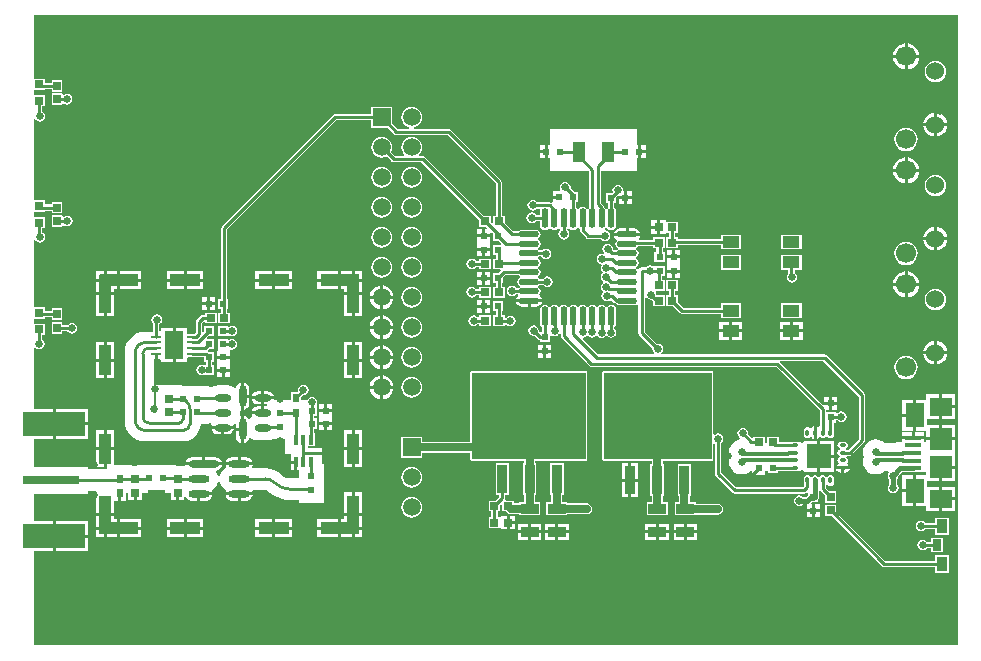
<source format=gtl>
%FSLAX25Y25*%
%MOIN*%
G70*
G01*
G75*
G04 Layer_Physical_Order=1*
G04 Layer_Color=255*
%ADD10C,0.01000*%
%ADD11C,0.01118*%
%ADD12C,0.01118*%
%ADD13R,0.05315X0.01575*%
%ADD14R,0.02559X0.02953*%
%ADD15R,0.20669X0.07874*%
%ADD16R,0.18701X0.02992*%
%ADD17R,0.02756X0.02756*%
%ADD18R,0.02953X0.02559*%
%ADD19R,0.03150X0.03937*%
%ADD20R,0.03543X0.04724*%
%ADD21R,0.07480X0.07480*%
%ADD22R,0.07480X0.06299*%
%ADD23R,0.06299X0.08268*%
%ADD24R,0.05906X0.03347*%
%ADD25R,0.03937X0.07087*%
%ADD26R,0.05709X0.03937*%
%ADD27R,0.02362X0.03150*%
%ADD28R,0.03543X0.09449*%
%ADD29R,0.12992X0.09449*%
%ADD30R,0.02362X0.02362*%
%ADD31R,0.02362X0.02362*%
%ADD32R,0.02362X0.02953*%
%ADD33R,0.01378X0.03347*%
%ADD34O,0.02362X0.07087*%
%ADD35O,0.05512X0.02362*%
%ADD36O,0.07087X0.02362*%
%ADD37O,0.10236X0.02362*%
%ADD38O,0.03347X0.00984*%
%ADD39R,0.06496X0.09370*%
%ADD40R,0.08189X0.08189*%
%ADD41O,0.02559X0.01181*%
%ADD42O,0.01181X0.02559*%
%ADD43R,0.10236X0.03937*%
%ADD44R,0.03937X0.10236*%
%ADD45R,0.03937X0.12992*%
%ADD46R,0.12992X0.03937*%
%ADD47O,0.02165X0.06693*%
%ADD48O,0.06693X0.02165*%
%ADD49C,0.01329*%
%ADD50C,0.02500*%
%ADD51C,0.01500*%
%ADD52C,0.01079*%
%ADD53R,0.36000X0.29000*%
%ADD54R,0.38000X0.29000*%
%ADD55R,0.05906X0.05906*%
%ADD56C,0.05906*%
%ADD57C,0.06000*%
%ADD58C,0.06693*%
%ADD59C,0.02500*%
G36*
X312000Y4000D02*
X4000D01*
Y35417D01*
X10384D01*
Y40354D01*
Y45291D01*
X4000D01*
Y54559D01*
X22251D01*
Y55465D01*
X24893D01*
Y54985D01*
X24893D01*
Y47989D01*
X30830D01*
Y52150D01*
X32177D01*
Y54724D01*
X33177D01*
Y52150D01*
X34858D01*
Y54874D01*
X35516D01*
Y52346D01*
X37295D01*
Y54823D01*
X38295D01*
Y52346D01*
X40075D01*
Y54874D01*
X42075D01*
Y55661D01*
X47689D01*
Y54874D01*
X49689D01*
Y52346D01*
X51468D01*
Y54823D01*
X52469D01*
Y52346D01*
X54248D01*
Y53321D01*
X54726Y53466D01*
X55120Y52876D01*
X55842Y52394D01*
X56693Y52225D01*
X58555D01*
Y54449D01*
X59055D01*
Y54949D01*
X63542D01*
X63472Y55300D01*
X63405Y55399D01*
X63526Y55797D01*
X64399Y56467D01*
X65070Y57340D01*
X65491Y58357D01*
X65498Y58412D01*
X65998D01*
X66005Y58357D01*
X66426Y57340D01*
X67097Y56467D01*
X67970Y55797D01*
X68091Y55399D01*
X68024Y55300D01*
X67954Y54949D01*
X76928D01*
X76858Y55300D01*
X76791Y55399D01*
X76821Y55497D01*
X77014Y55859D01*
X81327D01*
X81338Y55861D01*
X81554Y55771D01*
X81562Y55762D01*
X81558Y55758D01*
X82924Y54592D01*
X84456Y53653D01*
X86115Y52966D01*
X87862Y52547D01*
X89653Y52406D01*
Y52410D01*
X92319D01*
Y51457D01*
X100681D01*
Y56181D01*
Y64543D01*
X100148D01*
Y69733D01*
X95589D01*
Y69867D01*
X95589D01*
Y70367D01*
X97648D01*
Y74713D01*
X97479D01*
Y76228D01*
X98338D01*
Y79590D01*
X97479D01*
Y80558D01*
X98338D01*
Y83921D01*
X98338Y83921D01*
X98338D01*
X98222Y84136D01*
X98305Y84260D01*
X98441Y84943D01*
X98305Y85626D01*
X97918Y86205D01*
X97339Y86592D01*
X96657Y86728D01*
X95974Y86592D01*
X95395Y86205D01*
X95174Y85874D01*
X93020D01*
Y86678D01*
X93614Y87273D01*
X93900Y87216D01*
X94583Y87352D01*
X95162Y87738D01*
X95548Y88317D01*
X95684Y89000D01*
X95548Y89683D01*
X95162Y90262D01*
X94583Y90649D01*
X93900Y90784D01*
X93217Y90649D01*
X92638Y90262D01*
X92251Y89683D01*
X92116Y89000D01*
X92172Y88714D01*
X91753Y88295D01*
X89657D01*
Y85874D01*
X87157D01*
Y85677D01*
X84345D01*
X84083Y85996D01*
X80815D01*
Y84272D01*
X81821D01*
X81919Y83996D01*
X81821Y83720D01*
X80815D01*
Y81496D01*
X80315D01*
Y80996D01*
X76616D01*
X76686Y80645D01*
X76752Y80546D01*
X76632Y80148D01*
X75871Y79564D01*
X75377Y79646D01*
X75195Y79919D01*
X74473Y80401D01*
X74122Y80471D01*
Y75984D01*
Y71498D01*
X74473Y71567D01*
X75195Y72050D01*
X75677Y72771D01*
X75723Y73006D01*
X76191Y73182D01*
X76632Y72844D01*
X77649Y72423D01*
X78740Y72279D01*
X81890D01*
X82981Y72423D01*
X83387Y72591D01*
X87652D01*
Y67867D01*
X89652D01*
Y67733D01*
X89652D01*
Y65560D01*
X91341D01*
Y65060D01*
X91841D01*
Y62387D01*
X92319D01*
Y59590D01*
X89653D01*
X89587Y59581D01*
X88545Y59718D01*
X87513Y60146D01*
X86679Y60786D01*
X86638Y60838D01*
X86642Y60842D01*
X85503Y61777D01*
X84203Y62472D01*
X82793Y62900D01*
X81327Y63044D01*
Y63039D01*
X77014D01*
X76821Y63401D01*
X76791Y63498D01*
X76858Y63598D01*
X76928Y63949D01*
X67954D01*
X68024Y63598D01*
X68091Y63498D01*
X67970Y63101D01*
X67097Y62431D01*
X66426Y61557D01*
X66005Y60540D01*
X65998Y60485D01*
X65498D01*
X65491Y60540D01*
X65070Y61557D01*
X64847Y61848D01*
X65023Y62316D01*
X65418Y62394D01*
X66139Y62876D01*
X66622Y63598D01*
X66691Y63949D01*
X54299D01*
X54199Y63827D01*
X51425D01*
Y64024D01*
X38339D01*
Y63827D01*
X36858D01*
Y64024D01*
X30830D01*
Y69036D01*
X28361D01*
Y63418D01*
X28496D01*
Y62644D01*
X22251D01*
Y63551D01*
X4000D01*
Y72819D01*
X10384D01*
Y77756D01*
Y82693D01*
X4000D01*
Y103241D01*
X4479Y103386D01*
X4644Y103138D01*
X5223Y102752D01*
X5906Y102616D01*
X6588Y102752D01*
X7167Y103138D01*
X7554Y103717D01*
X7690Y104400D01*
X7554Y105083D01*
X7167Y105662D01*
X6925Y105823D01*
Y107374D01*
X7784D01*
Y111130D01*
X4354D01*
X4354Y111130D01*
Y111130D01*
X4028Y111130D01*
X4000Y111158D01*
Y112858D01*
X4028Y112886D01*
X4354Y112886D01*
X4354Y112886D01*
Y112886D01*
X7784D01*
Y113252D01*
X10031D01*
Y112295D01*
X13590D01*
Y116248D01*
X10031D01*
Y115291D01*
X7784D01*
Y116642D01*
X4354D01*
X4354Y116642D01*
Y116642D01*
X4028Y116642D01*
X4000Y116669D01*
Y138982D01*
X4479Y139127D01*
X4738Y138738D01*
X5317Y138352D01*
X6000Y138216D01*
X6683Y138352D01*
X7262Y138738D01*
X7649Y139317D01*
X7784Y140000D01*
X7649Y140683D01*
X7262Y141262D01*
X6925Y141487D01*
Y143004D01*
X7784D01*
Y146760D01*
X4354D01*
X4354Y146760D01*
Y146760D01*
X4028Y146760D01*
X4000Y146787D01*
Y148488D01*
X4028Y148516D01*
X4354Y148516D01*
X4354Y148516D01*
Y148516D01*
X7784D01*
Y148882D01*
X10031D01*
Y147925D01*
X13590D01*
Y151878D01*
X10031D01*
Y150921D01*
X7784D01*
Y152272D01*
X4354D01*
X4354Y152272D01*
Y152272D01*
X4028Y152272D01*
X4000Y152299D01*
Y179282D01*
X4479Y179427D01*
X4738Y179038D01*
X5317Y178651D01*
X6000Y178516D01*
X6683Y178651D01*
X7262Y179038D01*
X7649Y179617D01*
X7784Y180300D01*
X7649Y180983D01*
X7262Y181562D01*
X6925Y181787D01*
Y183634D01*
X7784D01*
Y187390D01*
X4354D01*
X4354Y187390D01*
Y187390D01*
X4028Y187390D01*
X4000Y187417D01*
Y189118D01*
X4028Y189146D01*
X4354Y189146D01*
X4354Y189146D01*
Y189146D01*
X7784D01*
Y189512D01*
X10031D01*
Y188555D01*
X13590D01*
Y192508D01*
X10031D01*
Y191551D01*
X7784D01*
Y192902D01*
X4354D01*
X4354Y192902D01*
Y192902D01*
X4028Y192902D01*
X4000Y192929D01*
Y214000D01*
X312000D01*
Y4000D01*
D02*
G37*
%LPC*%
G36*
X66429Y75996D02*
X63230D01*
X63300Y75645D01*
X63782Y74924D01*
X64503Y74441D01*
X65354Y74272D01*
X66429D01*
Y75996D01*
D02*
G37*
G36*
X297236Y80209D02*
X293587D01*
Y75575D01*
X297236D01*
Y80209D01*
D02*
G37*
G36*
X70628Y75996D02*
X67429D01*
Y74272D01*
X68504D01*
X69355Y74441D01*
X70076Y74924D01*
X70559Y75645D01*
X70628Y75996D01*
D02*
G37*
G36*
X300902Y75016D02*
X297744D01*
Y73728D01*
X300902D01*
Y75016D01*
D02*
G37*
G36*
X305799Y87614D02*
X301559D01*
Y85843D01*
X298236D01*
Y80709D01*
Y75575D01*
X301559D01*
Y73335D01*
X305799D01*
Y77575D01*
X301886D01*
Y79315D01*
X305799D01*
Y83465D01*
Y87614D01*
D02*
G37*
G36*
X22219Y77256D02*
X11384D01*
Y72819D01*
X22219D01*
Y77256D01*
D02*
G37*
G36*
X296744Y75016D02*
X293587D01*
Y73728D01*
X296744D01*
Y75016D01*
D02*
G37*
G36*
X311039Y77575D02*
X306799D01*
Y73335D01*
X311039D01*
Y77575D01*
D02*
G37*
G36*
Y82965D02*
X306799D01*
Y79315D01*
X311039D01*
Y82965D01*
D02*
G37*
G36*
X103562Y81739D02*
X99200D01*
Y80058D01*
Y78409D01*
X103562D01*
Y80058D01*
Y81739D01*
D02*
G37*
G36*
X79815Y83720D02*
X78740D01*
X77889Y83551D01*
X77168Y83069D01*
X76686Y82347D01*
X76616Y81996D01*
X79815D01*
Y83720D01*
D02*
G37*
G36*
X297236Y85843D02*
X293587D01*
Y81209D01*
X297236D01*
Y85843D01*
D02*
G37*
G36*
X103562Y77409D02*
X101881D01*
Y75728D01*
X103562D01*
Y77409D01*
D02*
G37*
G36*
X100881D02*
X99200D01*
Y75728D01*
X100881D01*
Y77409D01*
D02*
G37*
G36*
X22219Y82693D02*
X11384D01*
Y78256D01*
X22219D01*
Y82693D01*
D02*
G37*
G36*
X263968Y77113D02*
X263848Y77089D01*
X263322Y76737D01*
X262970Y76211D01*
X262696Y76377D01*
X262696Y76377D01*
Y76377D01*
X262335Y76618D01*
X261910Y76702D01*
X261484Y76618D01*
X261123Y76377D01*
X260882Y76016D01*
X260798Y75590D01*
Y74213D01*
X260882Y73787D01*
X261123Y73426D01*
X261484Y73185D01*
X261910Y73101D01*
X262335Y73185D01*
X262696Y73426D01*
X262696Y73426D01*
Y73426D01*
X262970Y73592D01*
D01*
D01*
X263322Y73066D01*
X263848Y72714D01*
X263968Y72690D01*
Y74902D01*
Y77113D01*
D02*
G37*
G36*
X188000Y95541D02*
X150000D01*
X149617Y95383D01*
X149459Y95000D01*
Y71784D01*
X133453D01*
Y73453D01*
X126547D01*
Y66547D01*
X133453D01*
Y68216D01*
X149459D01*
Y66000D01*
X149617Y65617D01*
X150000Y65459D01*
X167507D01*
Y64673D01*
X167020D01*
Y54224D01*
X167507D01*
Y51681D01*
X165839D01*
Y51292D01*
X164083D01*
Y52173D01*
X161383D01*
X161147Y52614D01*
X161178Y52661D01*
X161256Y53051D01*
Y54224D01*
X162508D01*
Y64673D01*
X157965D01*
Y54224D01*
X159217D01*
Y53474D01*
X157916Y52173D01*
X155602D01*
Y48614D01*
X156559D01*
Y46661D01*
X155602D01*
Y43102D01*
X159276D01*
X159276Y43102D01*
Y43102D01*
X159555Y43102D01*
X159630Y43028D01*
Y42602D01*
X161606D01*
Y44882D01*
Y47161D01*
X159630D01*
Y46661D01*
X159630D01*
X159555D01*
X159276Y46661D01*
X159276Y46661D01*
Y46661D01*
X158598D01*
Y48614D01*
X159555D01*
Y50638D01*
X159971Y50916D01*
X160130Y50850D01*
Y48614D01*
X161485D01*
X161731Y48246D01*
X162309Y47859D01*
X162992Y47724D01*
X165839D01*
Y47335D01*
X172744D01*
Y51681D01*
X171076D01*
Y54224D01*
X171563D01*
Y64673D01*
X171076D01*
Y65459D01*
X188000D01*
X188383Y65617D01*
X188541Y66000D01*
Y95000D01*
X188383Y95383D01*
X188000Y95541D01*
D02*
G37*
G36*
X60130Y66673D02*
X56693D01*
X55842Y66503D01*
X55120Y66021D01*
X54638Y65300D01*
X54568Y64949D01*
X60130D01*
Y66673D01*
D02*
G37*
G36*
X113507Y69036D02*
X111039D01*
Y63418D01*
X113507D01*
Y69036D01*
D02*
G37*
G36*
X71941Y66673D02*
X70079D01*
X69228Y66503D01*
X68506Y66021D01*
X68024Y65300D01*
X67954Y64949D01*
X71941D01*
Y66673D01*
D02*
G37*
G36*
X64567D02*
X61130D01*
Y64949D01*
X66691D01*
X66622Y65300D01*
X66139Y66021D01*
X65418Y66503D01*
X64567Y66673D01*
D02*
G37*
G36*
X90841Y64560D02*
X89652D01*
Y62387D01*
X90841D01*
Y64560D01*
D02*
G37*
G36*
X270843Y66429D02*
X266248D01*
Y61835D01*
X270843D01*
Y66429D01*
D02*
G37*
G36*
X110039Y69036D02*
X107570D01*
Y63418D01*
X110039D01*
Y69036D01*
D02*
G37*
G36*
X27361D02*
X24893D01*
Y63418D01*
X27361D01*
Y69036D01*
D02*
G37*
G36*
X113507Y75654D02*
X111039D01*
Y70036D01*
X113507D01*
Y75654D01*
D02*
G37*
G36*
X110039D02*
X107570D01*
Y70036D01*
X110039D01*
Y75654D01*
D02*
G37*
G36*
X300902Y72728D02*
X293587D01*
Y71898D01*
X291587D01*
Y71542D01*
X287627D01*
X286843Y72143D01*
X285809Y72571D01*
X284700Y72717D01*
X283591Y72571D01*
X282557Y72143D01*
X281669Y71462D01*
X280988Y70574D01*
X280559Y69540D01*
X280413Y68431D01*
X280559Y67321D01*
X280763Y66831D01*
X280559Y66340D01*
X280413Y65231D01*
X280559Y64121D01*
X280988Y63087D01*
X281669Y62200D01*
X282557Y61518D01*
X283591Y61090D01*
X284700Y60944D01*
X285809Y61090D01*
X286843Y61518D01*
X287627Y62120D01*
X288847D01*
X289083Y61679D01*
X288752Y61183D01*
X288616Y60500D01*
X288752Y59817D01*
X289125Y59258D01*
Y57493D01*
X288851Y57083D01*
X288716Y56400D01*
X288851Y55717D01*
X289238Y55138D01*
X289817Y54751D01*
X290500Y54616D01*
X291183Y54751D01*
X291762Y55138D01*
X292148Y55717D01*
X292284Y56400D01*
X292148Y57083D01*
X291762Y57662D01*
X291674Y57720D01*
Y59258D01*
X292049Y59817D01*
X292180Y60477D01*
X293420Y61718D01*
X294087D01*
Y61705D01*
X300402D01*
Y61764D01*
X301559D01*
Y60646D01*
X298236D01*
Y55512D01*
Y50378D01*
X301559D01*
Y48606D01*
X305799D01*
Y52756D01*
Y56906D01*
X301886D01*
Y58646D01*
X305799D01*
Y63386D01*
X306299D01*
Y63886D01*
X311039D01*
Y68094D01*
Y72335D01*
X301559D01*
Y71898D01*
X300902D01*
Y72728D01*
D02*
G37*
G36*
X73122Y75484D02*
X71398D01*
Y73622D01*
X71567Y72771D01*
X72050Y72050D01*
X72771Y71567D01*
X73122Y71498D01*
Y75484D01*
D02*
G37*
G36*
X270843Y72024D02*
X266248D01*
Y67429D01*
X270843D01*
Y72024D01*
D02*
G37*
G36*
X74803Y66673D02*
X72941D01*
Y64949D01*
X76928D01*
X76858Y65300D01*
X76376Y66021D01*
X75654Y66503D01*
X74803Y66673D01*
D02*
G37*
G36*
X30830Y75654D02*
X28361D01*
Y70036D01*
X30830D01*
Y75654D01*
D02*
G37*
G36*
X27361D02*
X24893D01*
Y70036D01*
X27361D01*
Y75654D01*
D02*
G37*
G36*
X271866Y84146D02*
X270185D01*
Y82465D01*
X271866D01*
Y84146D01*
D02*
G37*
G36*
X119500Y99500D02*
X116079D01*
X116149Y98968D01*
X116547Y98007D01*
X117181Y97181D01*
X118007Y96547D01*
X118968Y96149D01*
X119500Y96079D01*
Y99500D01*
D02*
G37*
G36*
X69343Y95200D02*
X67662D01*
Y93519D01*
X69343D01*
Y95200D01*
D02*
G37*
G36*
Y99500D02*
X64981D01*
Y97819D01*
Y96200D01*
X69343D01*
Y97819D01*
Y99500D01*
D02*
G37*
G36*
X123921D02*
X120500D01*
Y96079D01*
X121032Y96149D01*
X121993Y96547D01*
X122819Y97181D01*
X123453Y98007D01*
X123851Y98968D01*
X123921Y99500D01*
D02*
G37*
G36*
X110039Y98564D02*
X107570D01*
Y92946D01*
X110039D01*
Y98564D01*
D02*
G37*
G36*
X30830D02*
X28361D01*
Y92946D01*
X30830D01*
Y98564D01*
D02*
G37*
G36*
X66662Y95200D02*
X64981D01*
Y93519D01*
X66662D01*
Y95200D01*
D02*
G37*
G36*
X113507Y98564D02*
X111039D01*
Y92946D01*
X113507D01*
Y98564D01*
D02*
G37*
G36*
X110039Y105182D02*
X107570D01*
Y99564D01*
X110039D01*
Y105182D01*
D02*
G37*
G36*
X30830D02*
X28361D01*
Y99564D01*
X30830D01*
Y105182D01*
D02*
G37*
G36*
X173900Y101438D02*
X172219D01*
Y99757D01*
X173900D01*
Y101438D01*
D02*
G37*
G36*
X113507Y105182D02*
X111039D01*
Y99564D01*
X113507D01*
Y105182D01*
D02*
G37*
G36*
X303998Y101052D02*
X300529D01*
X300601Y100508D01*
X301004Y99535D01*
X301645Y98699D01*
X302480Y98058D01*
X303453Y97655D01*
X303998Y97583D01*
Y101052D01*
D02*
G37*
G36*
X130000Y103482D02*
X129099Y103364D01*
X128259Y103016D01*
X127538Y102462D01*
X126984Y101741D01*
X126636Y100901D01*
X126517Y100000D01*
X126636Y99099D01*
X126984Y98259D01*
X127538Y97537D01*
X128259Y96984D01*
X129099Y96636D01*
X130000Y96517D01*
X130901Y96636D01*
X131741Y96984D01*
X132463Y97537D01*
X133016Y98259D01*
X133364Y99099D01*
X133483Y100000D01*
X133364Y100901D01*
X133016Y101741D01*
X132463Y102462D01*
X131741Y103016D01*
X130901Y103364D01*
X130000Y103482D01*
D02*
G37*
G36*
X27361Y105182D02*
X24893D01*
Y99564D01*
X27361D01*
Y105182D01*
D02*
G37*
G36*
X308466Y101052D02*
X304998D01*
Y97583D01*
X305542Y97655D01*
X306515Y98058D01*
X307350Y98699D01*
X307992Y99535D01*
X308395Y100508D01*
X308466Y101052D01*
D02*
G37*
G36*
X27361Y98564D02*
X24893D01*
Y92946D01*
X27361D01*
Y98564D01*
D02*
G37*
G36*
X269185Y86827D02*
X267504D01*
Y85146D01*
X269185D01*
Y86827D01*
D02*
G37*
G36*
X79815Y85996D02*
X76616D01*
X76686Y85645D01*
X77168Y84924D01*
X77889Y84442D01*
X78740Y84272D01*
X79815D01*
Y85996D01*
D02*
G37*
G36*
X119500Y89500D02*
X116079D01*
X116149Y88968D01*
X116547Y88007D01*
X117181Y87181D01*
X118007Y86547D01*
X118968Y86149D01*
X119500Y86079D01*
Y89500D01*
D02*
G37*
G36*
X271866Y86827D02*
X270185D01*
Y85146D01*
X271866D01*
Y86827D01*
D02*
G37*
G36*
X100881Y84421D02*
X99200D01*
Y82739D01*
X100881D01*
Y84421D01*
D02*
G37*
G36*
X75846Y86508D02*
X74122D01*
Y82521D01*
X74473Y82591D01*
X75195Y83073D01*
X75677Y83795D01*
X75846Y84646D01*
Y86508D01*
D02*
G37*
G36*
X311039Y87614D02*
X306799D01*
Y83965D01*
X311039D01*
Y87614D01*
D02*
G37*
G36*
X103562Y84421D02*
X101881D01*
Y82739D01*
X103562D01*
Y84421D01*
D02*
G37*
G36*
X119500Y93921D02*
X118968Y93851D01*
X118007Y93453D01*
X117181Y92819D01*
X116547Y91993D01*
X116149Y91032D01*
X116079Y90500D01*
X119500D01*
Y93921D01*
D02*
G37*
G36*
X74122Y91494D02*
Y87508D01*
X75846D01*
Y89370D01*
X75677Y90221D01*
X75195Y90943D01*
X74473Y91425D01*
X74122Y91494D01*
D02*
G37*
G36*
X294742Y100484D02*
X293738Y100352D01*
X292802Y99964D01*
X291999Y99348D01*
X291382Y98544D01*
X290994Y97608D01*
X290862Y96604D01*
X290994Y95600D01*
X291382Y94665D01*
X291999Y93861D01*
X292802Y93244D01*
X293738Y92857D01*
X294742Y92725D01*
X295746Y92857D01*
X296682Y93244D01*
X297485Y93861D01*
X298102Y94665D01*
X298489Y95600D01*
X298621Y96604D01*
X298489Y97608D01*
X298102Y98544D01*
X297485Y99348D01*
X296682Y99964D01*
X295746Y100352D01*
X294742Y100484D01*
D02*
G37*
G36*
X120500Y93921D02*
Y90500D01*
X123921D01*
X123851Y91032D01*
X123453Y91993D01*
X122819Y92819D01*
X121993Y93453D01*
X121032Y93851D01*
X120500Y93921D01*
D02*
G37*
G36*
X130000Y93483D02*
X129099Y93364D01*
X128259Y93016D01*
X127538Y92462D01*
X126984Y91741D01*
X126636Y90901D01*
X126517Y90000D01*
X126636Y89099D01*
X126984Y88259D01*
X127538Y87537D01*
X128259Y86984D01*
X129099Y86636D01*
X130000Y86518D01*
X130901Y86636D01*
X131741Y86984D01*
X132463Y87537D01*
X133016Y88259D01*
X133364Y89099D01*
X133483Y90000D01*
X133364Y90901D01*
X133016Y91741D01*
X132463Y92462D01*
X131741Y93016D01*
X130901Y93364D01*
X130000Y93483D01*
D02*
G37*
G36*
X123921Y89500D02*
X120500D01*
Y86079D01*
X121032Y86149D01*
X121993Y86547D01*
X122819Y87181D01*
X123453Y88007D01*
X123851Y88968D01*
X123921Y89500D01*
D02*
G37*
G36*
X81890Y88720D02*
X80815D01*
Y86996D01*
X84014D01*
X83944Y87347D01*
X83462Y88069D01*
X82741Y88551D01*
X81890Y88720D01*
D02*
G37*
G36*
X79815D02*
X78740D01*
X77889Y88551D01*
X77168Y88069D01*
X76686Y87347D01*
X76616Y86996D01*
X79815D01*
Y88720D01*
D02*
G37*
G36*
X240300Y76384D02*
X239617Y76249D01*
X239038Y75862D01*
X238651Y75283D01*
X238516Y74600D01*
X238651Y73917D01*
X239038Y73338D01*
X239383Y73108D01*
X239269Y72621D01*
X238891Y72571D01*
X237857Y72143D01*
X236969Y71462D01*
X236288Y70574D01*
X235859Y69540D01*
X235713Y68431D01*
X235859Y67321D01*
X236063Y66831D01*
X235859Y66340D01*
X235713Y65231D01*
X235859Y64121D01*
X236288Y63087D01*
X236969Y62200D01*
X237857Y61518D01*
X238891Y61090D01*
X240000Y60944D01*
X241109Y61090D01*
X242143Y61518D01*
X242927Y62120D01*
X243488D01*
Y60811D01*
X247850D01*
Y62120D01*
X248713D01*
Y61311D01*
X252075D01*
Y62071D01*
X254907D01*
X255800Y61953D01*
X257776D01*
X257968Y61979D01*
X258465D01*
X258890Y62063D01*
X258929Y62089D01*
X259402Y62151D01*
X260238Y62498D01*
X260653Y62220D01*
Y61835D01*
X265248D01*
Y66929D01*
Y72024D01*
X260653D01*
Y71638D01*
X260238Y71361D01*
X259402Y71707D01*
X258929Y71769D01*
X258890Y71795D01*
X258465Y71880D01*
X257968D01*
X257776Y71905D01*
X255800D01*
X254907Y71787D01*
X252272D01*
Y73433D01*
X248319D01*
Y71542D01*
X247744D01*
Y73433D01*
X243791D01*
Y73204D01*
X243329Y73013D01*
X242027Y74314D01*
X242084Y74600D01*
X241949Y75283D01*
X241562Y75862D01*
X240983Y76249D01*
X240300Y76384D01*
D02*
G37*
G36*
X168791Y44504D02*
X165339D01*
Y42331D01*
X168791D01*
Y44504D01*
D02*
G37*
G36*
X22219Y45291D02*
X11384D01*
Y40854D01*
X22219D01*
Y45291D01*
D02*
G37*
G36*
X177847Y44504D02*
X174394D01*
Y42331D01*
X177847D01*
Y44504D01*
D02*
G37*
G36*
X173244D02*
X169791D01*
Y42331D01*
X173244D01*
Y44504D01*
D02*
G37*
G36*
X105511Y42461D02*
X98515D01*
Y39993D01*
X105511D01*
Y42461D01*
D02*
G37*
G36*
X90082D02*
X84464D01*
Y39993D01*
X90082D01*
Y42461D01*
D02*
G37*
G36*
X113507D02*
X111039D01*
Y39993D01*
X113507D01*
Y42461D01*
D02*
G37*
G36*
X110039D02*
X106511D01*
Y39993D01*
X110039D01*
Y42461D01*
D02*
G37*
G36*
X164583Y44382D02*
X162606D01*
Y42602D01*
X164583D01*
Y44382D01*
D02*
G37*
G36*
X225213Y44504D02*
X221760D01*
Y42331D01*
X225213D01*
Y44504D01*
D02*
G37*
G36*
X30830Y46989D02*
X28361D01*
Y43461D01*
X31889D01*
Y45930D01*
X30830D01*
Y46989D01*
D02*
G37*
G36*
X27361D02*
X24893D01*
Y45930D01*
Y43461D01*
X27361D01*
Y46989D01*
D02*
G37*
G36*
X211311Y44504D02*
X207858D01*
Y42331D01*
X211311D01*
Y44504D01*
D02*
G37*
G36*
X182299D02*
X178847D01*
Y42331D01*
X182299D01*
Y44504D01*
D02*
G37*
G36*
X220760D02*
X217307D01*
Y42331D01*
X220760D01*
Y44504D01*
D02*
G37*
G36*
X215764D02*
X212311D01*
Y42331D01*
X215764D01*
Y44504D01*
D02*
G37*
G36*
X83464Y42461D02*
X77846D01*
Y39993D01*
X83464D01*
Y42461D01*
D02*
G37*
G36*
X177847Y41331D02*
X174394D01*
Y39158D01*
X177847D01*
Y41331D01*
D02*
G37*
G36*
X173244D02*
X169791D01*
Y39158D01*
X173244D01*
Y41331D01*
D02*
G37*
G36*
X211311D02*
X207858D01*
Y39158D01*
X211311D01*
Y41331D01*
D02*
G37*
G36*
X182299D02*
X178847D01*
Y39158D01*
X182299D01*
Y41331D01*
D02*
G37*
G36*
X22219Y39854D02*
X11384D01*
Y35417D01*
X22219D01*
Y39854D01*
D02*
G37*
G36*
X271465Y50894D02*
X267905D01*
Y46941D01*
X270219D01*
X286779Y30381D01*
X287110Y30160D01*
X287500Y30083D01*
X304421D01*
Y28240D01*
X308965D01*
Y33965D01*
X304421D01*
Y32122D01*
X287922D01*
X271465Y48580D01*
Y50894D01*
D02*
G37*
G36*
X168791Y41331D02*
X165339D01*
Y39158D01*
X168791D01*
Y41331D01*
D02*
G37*
G36*
X307193Y39870D02*
X303043D01*
Y38421D01*
X301722D01*
X301562Y38662D01*
X300983Y39048D01*
X300300Y39184D01*
X299617Y39048D01*
X299038Y38662D01*
X298652Y38083D01*
X298516Y37400D01*
X298652Y36717D01*
X299038Y36138D01*
X299617Y35752D01*
X300300Y35616D01*
X300983Y35752D01*
X301562Y36138D01*
X301725Y36382D01*
X303043D01*
Y34933D01*
X307193D01*
Y39870D01*
D02*
G37*
G36*
X39885Y42461D02*
X32889D01*
Y39993D01*
X39885D01*
Y42461D01*
D02*
G37*
G36*
X31889D02*
X28361D01*
Y39993D01*
X31889D01*
Y42461D01*
D02*
G37*
G36*
X60554D02*
X54936D01*
Y39993D01*
X60554D01*
Y42461D01*
D02*
G37*
G36*
X53936D02*
X48318D01*
Y39993D01*
X53936D01*
Y42461D01*
D02*
G37*
G36*
X220760Y41331D02*
X217307D01*
Y39158D01*
X220760D01*
Y41331D01*
D02*
G37*
G36*
X215764D02*
X212311D01*
Y39158D01*
X215764D01*
Y41331D01*
D02*
G37*
G36*
X27361Y42461D02*
X24893D01*
Y39993D01*
X27361D01*
Y42461D01*
D02*
G37*
G36*
X225213Y41331D02*
X221760D01*
Y39158D01*
X225213D01*
Y41331D01*
D02*
G37*
G36*
X39885Y45930D02*
X32889D01*
Y43461D01*
X39885D01*
Y45930D01*
D02*
G37*
G36*
X311039Y56906D02*
X306799D01*
Y53256D01*
X311039D01*
Y56906D01*
D02*
G37*
G36*
X76928Y53949D02*
X72941D01*
Y52225D01*
X74803D01*
X75654Y52394D01*
X76376Y52876D01*
X76858Y53598D01*
X76928Y53949D01*
D02*
G37*
G36*
X205528Y58555D02*
X203256D01*
Y53331D01*
X205528D01*
Y58555D01*
D02*
G37*
G36*
X202256D02*
X199984D01*
Y53331D01*
X202256D01*
Y58555D01*
D02*
G37*
G36*
X297236Y55012D02*
X293587D01*
Y50378D01*
X297236D01*
Y55012D01*
D02*
G37*
G36*
X265961Y51000D02*
X264280D01*
Y49319D01*
X265961D01*
Y51000D01*
D02*
G37*
G36*
X71941Y53949D02*
X67954D01*
X68024Y53598D01*
X68506Y52876D01*
X69228Y52394D01*
X70079Y52225D01*
X71941D01*
Y53949D01*
D02*
G37*
G36*
X63542D02*
X59555D01*
Y52225D01*
X61417D01*
X62268Y52394D01*
X62990Y52876D01*
X63472Y53598D01*
X63542Y53949D01*
D02*
G37*
G36*
X205528Y64780D02*
X203256D01*
Y59555D01*
X205528D01*
Y64780D01*
D02*
G37*
G36*
X202256D02*
X199984D01*
Y59555D01*
X202256D01*
Y64780D01*
D02*
G37*
G36*
X275932Y62590D02*
X274220D01*
Y61469D01*
X274410D01*
X275030Y61592D01*
X275556Y61944D01*
X275908Y62470D01*
X275932Y62590D01*
D02*
G37*
G36*
X273220D02*
X271509D01*
X271533Y62470D01*
X271885Y61944D01*
X272411Y61592D01*
X273031Y61469D01*
X273220D01*
Y62590D01*
D02*
G37*
G36*
X130000Y63482D02*
X129099Y63364D01*
X128259Y63016D01*
X127537Y62462D01*
X126984Y61741D01*
X126636Y60901D01*
X126517Y60000D01*
X126636Y59099D01*
X126984Y58259D01*
X127537Y57537D01*
X128259Y56984D01*
X129099Y56636D01*
X130000Y56517D01*
X130901Y56636D01*
X131741Y56984D01*
X132463Y57537D01*
X133016Y58259D01*
X133364Y59099D01*
X133483Y60000D01*
X133364Y60901D01*
X133016Y61741D01*
X132463Y62462D01*
X131741Y63016D01*
X130901Y63364D01*
X130000Y63482D01*
D02*
G37*
G36*
X297236Y60646D02*
X293587D01*
Y56012D01*
X297236D01*
Y60646D01*
D02*
G37*
G36*
X311039Y62886D02*
X306799D01*
Y58646D01*
X311039D01*
Y62886D01*
D02*
G37*
G36*
X230000Y95541D02*
X194000D01*
X193617Y95383D01*
X193459Y95000D01*
Y66000D01*
X193617Y65617D01*
X194000Y65459D01*
X210027D01*
Y64280D01*
X209539D01*
Y53831D01*
X210027D01*
Y51681D01*
X208358D01*
Y47335D01*
X215264D01*
Y51681D01*
X213595D01*
Y53831D01*
X214083D01*
Y64280D01*
X213595D01*
Y65459D01*
X230000D01*
X230383Y65617D01*
X230541Y66000D01*
Y71206D01*
X230651Y71266D01*
X231080Y71008D01*
Y61100D01*
X231158Y60710D01*
X231379Y60379D01*
X236879Y54879D01*
X237210Y54658D01*
X237600Y54580D01*
X260700D01*
X261090Y54658D01*
X261421Y54879D01*
X261636Y55095D01*
X262043Y54926D01*
X262043Y54926D01*
X262098Y54903D01*
Y54201D01*
X261372Y53474D01*
X260442D01*
X259883Y53848D01*
X259200Y53984D01*
X258517Y53848D01*
X257938Y53462D01*
X257552Y52883D01*
X257416Y52200D01*
X257552Y51517D01*
X257938Y50938D01*
X258517Y50551D01*
X259200Y50416D01*
X259883Y50551D01*
X260442Y50925D01*
X261598D01*
Y49319D01*
X263280D01*
Y51000D01*
X263156D01*
X262964Y51462D01*
X263365Y51862D01*
X265461D01*
Y52778D01*
X265646Y53056D01*
X265743Y53543D01*
Y55364D01*
X266221Y55509D01*
X266307Y55381D01*
X267905Y53782D01*
Y51468D01*
X271465D01*
Y55421D01*
X269151D01*
X268047Y56525D01*
Y57831D01*
X268055Y57842D01*
X268057Y57854D01*
X268557D01*
X268559Y57842D01*
X268800Y57481D01*
X269161Y57240D01*
X269587Y57156D01*
X270012Y57240D01*
X270373Y57481D01*
X270614Y57842D01*
X270698Y58268D01*
Y59646D01*
X270614Y60071D01*
X270373Y60432D01*
X270012Y60673D01*
X269587Y60758D01*
X269161Y60673D01*
X268800Y60432D01*
X268559Y60071D01*
X268557Y60060D01*
X268057D01*
X268055Y60071D01*
X267814Y60432D01*
X267453Y60673D01*
X267028Y60758D01*
X266602Y60673D01*
X266241Y60432D01*
X266000Y60071D01*
X265998Y60060D01*
X265498D01*
X265496Y60071D01*
X265255Y60432D01*
X264894Y60673D01*
X264469Y60758D01*
X264043Y60673D01*
X263682Y60432D01*
X263441Y60071D01*
X263439Y60060D01*
X262939D01*
X262937Y60071D01*
X262696Y60432D01*
X262335Y60673D01*
X261910Y60758D01*
X261484Y60673D01*
X261123Y60432D01*
X260882Y60071D01*
X260798Y59646D01*
Y58268D01*
X260882Y57842D01*
X260890Y57831D01*
Y57232D01*
X260278Y56620D01*
X238022D01*
X233120Y61522D01*
Y71377D01*
X233362Y71538D01*
X233749Y72117D01*
X233884Y72800D01*
X233749Y73483D01*
X233362Y74062D01*
X232783Y74449D01*
X232100Y74584D01*
X231417Y74449D01*
X230982Y74158D01*
X230541Y74393D01*
Y95000D01*
X230383Y95383D01*
X230000Y95541D01*
D02*
G37*
G36*
X311039Y52256D02*
X306799D01*
Y48606D01*
X311039D01*
Y52256D01*
D02*
G37*
G36*
X110039Y46989D02*
X107570D01*
Y45930D01*
X106511D01*
Y43461D01*
X110039D01*
Y46989D01*
D02*
G37*
G36*
X105511Y45930D02*
X98515D01*
Y43461D01*
X105511D01*
Y45930D01*
D02*
G37*
G36*
X308965Y46563D02*
X304421D01*
Y44720D01*
X301223D01*
X301062Y44962D01*
X300483Y45349D01*
X299800Y45484D01*
X299117Y45349D01*
X298538Y44962D01*
X298151Y44383D01*
X298016Y43700D01*
X298151Y43017D01*
X298538Y42438D01*
X299117Y42052D01*
X299800Y41916D01*
X300483Y42052D01*
X301062Y42438D01*
X301224Y42681D01*
X304421D01*
Y40839D01*
X308965D01*
Y46563D01*
D02*
G37*
G36*
X113507Y46989D02*
X111039D01*
Y43461D01*
X113507D01*
Y46989D01*
D02*
G37*
G36*
X60554Y45930D02*
X54936D01*
Y43461D01*
X60554D01*
Y45930D01*
D02*
G37*
G36*
X53936D02*
X48318D01*
Y43461D01*
X53936D01*
Y45930D01*
D02*
G37*
G36*
X90082D02*
X84464D01*
Y43461D01*
X90082D01*
Y45930D01*
D02*
G37*
G36*
X83464D02*
X77846D01*
Y43461D01*
X83464D01*
Y45930D01*
D02*
G37*
G36*
X180618Y64673D02*
X176075D01*
Y54224D01*
X176562D01*
Y51681D01*
X174894D01*
Y47335D01*
X181799D01*
Y47724D01*
X185108D01*
X185200Y47742D01*
X185292Y47724D01*
X188292D01*
X188975Y47859D01*
X189554Y48246D01*
X189941Y48825D01*
X190076Y49508D01*
X189941Y50191D01*
X189554Y50770D01*
X188975Y51156D01*
X188292Y51292D01*
X185292D01*
X185200Y51274D01*
X185108Y51292D01*
X181799D01*
Y51681D01*
X180131D01*
Y54224D01*
X180618D01*
Y64673D01*
D02*
G37*
G36*
X223138Y64280D02*
X218595D01*
Y53831D01*
X219082D01*
Y51681D01*
X217807D01*
Y47335D01*
X224713D01*
Y47516D01*
X232000D01*
X232683Y47651D01*
X233262Y48038D01*
X233648Y48617D01*
X233784Y49300D01*
X233648Y49983D01*
X233262Y50562D01*
X232683Y50949D01*
X232000Y51084D01*
X224713D01*
Y51681D01*
X222650D01*
Y53831D01*
X223138D01*
Y64280D01*
D02*
G37*
G36*
X113507Y54985D02*
X111039D01*
Y47989D01*
X113507D01*
Y54985D01*
D02*
G37*
G36*
X110039D02*
X107570D01*
Y47989D01*
X110039D01*
Y54985D01*
D02*
G37*
G36*
X130000Y53483D02*
X129099Y53364D01*
X128259Y53016D01*
X127538Y52463D01*
X126984Y51741D01*
X126636Y50901D01*
X126517Y50000D01*
X126636Y49099D01*
X126984Y48259D01*
X127538Y47537D01*
X128259Y46984D01*
X129099Y46636D01*
X130000Y46518D01*
X130901Y46636D01*
X131741Y46984D01*
X132463Y47537D01*
X133016Y48259D01*
X133364Y49099D01*
X133483Y50000D01*
X133364Y50901D01*
X133016Y51741D01*
X132463Y52463D01*
X131741Y53016D01*
X130901Y53364D01*
X130000Y53483D01*
D02*
G37*
G36*
X164583Y47161D02*
X162606D01*
Y45382D01*
X164583D01*
Y47161D01*
D02*
G37*
G36*
X265961Y48319D02*
X264280D01*
Y46638D01*
X265961D01*
Y48319D01*
D02*
G37*
G36*
X263280D02*
X261598D01*
Y46638D01*
X263280D01*
Y48319D01*
D02*
G37*
G36*
X176581Y101438D02*
X174900D01*
Y99757D01*
X176581D01*
Y101438D01*
D02*
G37*
G36*
X303998Y139052D02*
X300529D01*
X300601Y138508D01*
X301004Y137535D01*
X301645Y136699D01*
X302480Y136058D01*
X303453Y135655D01*
X303998Y135583D01*
Y139052D01*
D02*
G37*
G36*
X219504Y135646D02*
X217823D01*
Y133965D01*
X219504D01*
Y135646D01*
D02*
G37*
G36*
X206059Y140445D02*
X197484D01*
X197546Y140132D01*
X198006Y139443D01*
X198196Y139317D01*
X198293Y138826D01*
X198017Y138413D01*
X197894Y137795D01*
X198017Y137178D01*
X198367Y136654D01*
X198642Y136470D01*
Y135970D01*
X198367Y135787D01*
X198286Y135665D01*
X197277D01*
X197277Y135665D01*
D01*
X197084Y136000D01*
X197084Y136000D01*
X197084D01*
X196949Y136683D01*
X196562Y137262D01*
X195983Y137648D01*
X195300Y137784D01*
X194617Y137648D01*
X194038Y137262D01*
X193651Y136683D01*
X193516Y136000D01*
X193651Y135317D01*
X193954Y134865D01*
X193676Y134449D01*
X193500Y134484D01*
X192817Y134348D01*
X192238Y133962D01*
X191851Y133383D01*
X191716Y132700D01*
X191851Y132017D01*
X192238Y131438D01*
X192817Y131052D01*
X193095Y130996D01*
X193286Y130534D01*
X193252Y130483D01*
X193116Y129800D01*
X193252Y129117D01*
X193638Y128538D01*
Y128538D01*
X193538Y128062D01*
X193538Y128062D01*
X193538D01*
X193151Y127483D01*
X193016Y126800D01*
X193151Y126117D01*
X193538Y125538D01*
X193870Y125317D01*
Y124817D01*
X193638Y124662D01*
X193252Y124083D01*
X193116Y123400D01*
X193252Y122717D01*
X193638Y122138D01*
X193738Y122072D01*
Y121662D01*
X193351Y121083D01*
X193216Y120400D01*
X193351Y119717D01*
X193738Y119138D01*
X194317Y118752D01*
X195000Y118616D01*
X195683Y118752D01*
X196262Y119138D01*
X196588Y119170D01*
X197581Y118177D01*
X197912Y117956D01*
X198283Y117882D01*
X198367Y117757D01*
X198890Y117407D01*
X199508Y117284D01*
X204035D01*
X204653Y117407D01*
X205139Y117732D01*
X205509Y117534D01*
X205580Y117487D01*
Y108000D01*
X205658Y107610D01*
X205879Y107279D01*
X210256Y102902D01*
X210216Y102700D01*
X210351Y102017D01*
X210738Y101438D01*
X210799Y101398D01*
X210653Y100920D01*
X192122D01*
X187005Y106037D01*
X187026Y106142D01*
X187142Y106524D01*
X187783Y106651D01*
X188362Y107038D01*
X188838D01*
X189417Y106651D01*
X190100Y106516D01*
X190783Y106651D01*
X191362Y107038D01*
X191417Y107121D01*
X191917D01*
X192038Y106938D01*
X192617Y106552D01*
X193300Y106416D01*
X193983Y106552D01*
X194562Y106938D01*
X194643Y107060D01*
X195143D01*
X195195Y106982D01*
X195774Y106595D01*
X196457Y106459D01*
X197140Y106595D01*
X197718Y106982D01*
X198105Y107561D01*
X198241Y108243D01*
X198105Y108926D01*
X197718Y109505D01*
X197529Y109632D01*
Y110132D01*
X197598Y110178D01*
X197948Y110701D01*
X198070Y111319D01*
Y115847D01*
X197948Y116464D01*
X197598Y116988D01*
X197074Y117337D01*
X196457Y117460D01*
X195839Y117337D01*
X195316Y116988D01*
X195132Y116712D01*
X194632D01*
X194448Y116988D01*
X193925Y117337D01*
X193307Y117460D01*
X192690Y117337D01*
X192166Y116988D01*
X191982Y116712D01*
X191482D01*
X191298Y116988D01*
X190775Y117337D01*
X190157Y117460D01*
X189540Y117337D01*
X189016Y116988D01*
X188833Y116712D01*
X188333D01*
X188149Y116988D01*
X187625Y117337D01*
X187008Y117460D01*
X186390Y117337D01*
X185867Y116988D01*
X185683Y116712D01*
X185183D01*
X184999Y116988D01*
X184476Y117337D01*
X183858Y117460D01*
X183241Y117337D01*
X182717Y116988D01*
X182533Y116712D01*
X182033D01*
X181850Y116988D01*
X181326Y117337D01*
X180709Y117460D01*
X180091Y117337D01*
X179568Y116988D01*
X179384Y116712D01*
X178884D01*
X178700Y116988D01*
X178177Y117337D01*
X177559Y117460D01*
X176942Y117337D01*
X176418Y116988D01*
X176234Y116712D01*
X175734D01*
X175550Y116988D01*
X175027Y117337D01*
X174409Y117460D01*
X173792Y117337D01*
X173268Y116988D01*
X172919Y116464D01*
X172796Y115847D01*
Y111319D01*
X172919Y110701D01*
X173268Y110178D01*
X173390Y110097D01*
Y108343D01*
X172719D01*
X172719Y108343D01*
X172719D01*
X172719D01*
X172719Y108343D01*
D01*
X172327Y108615D01*
X172384Y108900D01*
X172248Y109583D01*
X171862Y110162D01*
X171283Y110548D01*
X170600Y110684D01*
X169917Y110548D01*
X169338Y110162D01*
X168951Y109583D01*
X168816Y108900D01*
X168951Y108217D01*
X169338Y107638D01*
X169917Y107252D01*
X170600Y107116D01*
X170886Y107173D01*
X171979Y106079D01*
X172310Y105858D01*
X172700Y105780D01*
X172719D01*
Y104981D01*
X176081D01*
Y107080D01*
X176522Y107316D01*
X176917Y107052D01*
X177600Y106916D01*
X178283Y107052D01*
X178862Y107438D01*
X179211Y107960D01*
X179689Y107815D01*
Y106991D01*
X179767Y106601D01*
X179988Y106270D01*
X189079Y97179D01*
X189410Y96958D01*
X189800Y96880D01*
X251378D01*
X266008Y82250D01*
Y77005D01*
X265567Y76770D01*
X265089Y77089D01*
X264968Y77113D01*
Y74902D01*
Y72690D01*
X265089Y72714D01*
X265615Y73066D01*
X265967Y73592D01*
D01*
D01*
X266241Y73426D01*
X266241Y73426D01*
Y73426D01*
X266602Y73185D01*
X267028Y73101D01*
X267453Y73185D01*
X267814Y73426D01*
X268055Y73787D01*
X268057Y73798D01*
X268557D01*
X268559Y73787D01*
X268800Y73426D01*
X269161Y73185D01*
X269587Y73101D01*
X270012Y73185D01*
X270373Y73426D01*
X270614Y73787D01*
X270698Y74213D01*
Y75590D01*
X270614Y76016D01*
X270606Y76028D01*
Y78240D01*
X271366D01*
Y78933D01*
X271845Y79079D01*
X271938Y78938D01*
X272517Y78552D01*
X273200Y78416D01*
X273883Y78552D01*
X274462Y78938D01*
X274849Y79517D01*
X274984Y80200D01*
X274849Y80883D01*
X274462Y81462D01*
X273883Y81849D01*
X273200Y81984D01*
X272517Y81849D01*
X271938Y81462D01*
X271845Y81321D01*
X271366Y81467D01*
Y81602D01*
X268047D01*
Y82465D01*
X269185D01*
Y84146D01*
X267152D01*
X267042Y84100D01*
X252724Y98418D01*
X252915Y98880D01*
X267178D01*
X279180Y86878D01*
Y72822D01*
X275586Y69228D01*
X274847D01*
X274835Y69236D01*
X274824Y69238D01*
Y69738D01*
X274835Y69740D01*
X275196Y69981D01*
X275437Y70342D01*
X275521Y70768D01*
X275437Y71193D01*
X275196Y71554D01*
X274835Y71795D01*
X274410Y71880D01*
X273031D01*
X272606Y71795D01*
X272245Y71554D01*
X272004Y71193D01*
X271920Y70768D01*
X272004Y70342D01*
X272245Y69981D01*
X272606Y69740D01*
X272617Y69738D01*
Y69238D01*
X272606Y69236D01*
X272245Y68995D01*
X272004Y68634D01*
X271920Y68209D01*
X272004Y67783D01*
X272245Y67422D01*
X272606Y67181D01*
X272617Y67179D01*
Y66679D01*
X272606Y66677D01*
X272245Y66436D01*
X272004Y66075D01*
X271920Y65650D01*
X272004Y65224D01*
X272245Y64863D01*
X272245Y64863D01*
X272245D01*
X272411Y64589D01*
D01*
D01*
X271885Y64237D01*
X271533Y63711D01*
X271509Y63591D01*
X275932D01*
X275908Y63711D01*
X275556Y64237D01*
X275030Y64589D01*
D01*
D01*
X275196Y64863D01*
X275196Y64863D01*
X275196D01*
X275437Y65224D01*
X275521Y65650D01*
X275437Y66075D01*
X275196Y66436D01*
X274835Y66677D01*
X274824Y66679D01*
Y66835D01*
X275177Y67189D01*
X276009D01*
X276399Y67267D01*
X276730Y67488D01*
X280921Y71679D01*
X281142Y72010D01*
X281220Y72400D01*
Y87300D01*
X281142Y87690D01*
X280921Y88021D01*
X268321Y100621D01*
X267990Y100842D01*
X267600Y100920D01*
X213347D01*
X213201Y101398D01*
X213262Y101438D01*
X213649Y102017D01*
X213784Y102700D01*
X213649Y103383D01*
X213262Y103962D01*
X212683Y104349D01*
X212000Y104484D01*
X211631Y104411D01*
X207620Y108422D01*
Y120002D01*
X208098Y120148D01*
X208438Y119638D01*
X209017Y119252D01*
X209700Y119116D01*
X209986Y119173D01*
X210327Y118831D01*
Y117118D01*
X214280D01*
Y120677D01*
X211667D01*
X211484Y120900D01*
X211349Y121583D01*
X211207Y121795D01*
X211442Y122236D01*
X214280D01*
Y125795D01*
X213323D01*
Y127059D01*
X214280D01*
Y130421D01*
X210917D01*
Y130421D01*
X210173Y130421D01*
X209983Y130549D01*
X209300Y130684D01*
X208617Y130549D01*
X208038Y130162D01*
X207877Y129920D01*
X206600D01*
X206210Y129842D01*
X205879Y129621D01*
X205733Y129403D01*
X205255D01*
X205189Y129469D01*
X205176Y129488D01*
X205157Y129500D01*
X204902Y129756D01*
Y130171D01*
X205176Y130355D01*
X205526Y130878D01*
X205649Y131496D01*
X205526Y132114D01*
X205176Y132637D01*
X204902Y132821D01*
Y133321D01*
X205176Y133505D01*
X205526Y134028D01*
X205649Y134646D01*
X205526Y135263D01*
X205176Y135787D01*
X204902Y135970D01*
Y136470D01*
X205176Y136654D01*
X205521Y137169D01*
X210327D01*
Y136409D01*
X211579D01*
Y135146D01*
X210917D01*
Y131783D01*
X214280D01*
Y135146D01*
X213618D01*
Y136409D01*
X214280D01*
Y139969D01*
X210327D01*
Y139209D01*
X205910D01*
X205675Y139649D01*
X205997Y140132D01*
X206059Y140445D01*
D02*
G37*
G36*
X308466Y139052D02*
X304998D01*
Y135583D01*
X305542Y135655D01*
X306515Y136058D01*
X307350Y136699D01*
X307992Y137535D01*
X308395Y138508D01*
X308466Y139052D01*
D02*
G37*
G36*
X153437Y135327D02*
X151756D01*
Y133646D01*
X153437D01*
Y135327D01*
D02*
G37*
G36*
X294742Y138484D02*
X293738Y138352D01*
X292802Y137964D01*
X291999Y137348D01*
X291382Y136544D01*
X290994Y135608D01*
X290862Y134604D01*
X290994Y133600D01*
X291382Y132665D01*
X291999Y131861D01*
X292802Y131244D01*
X293738Y130857D01*
X294742Y130725D01*
X295746Y130857D01*
X296682Y131244D01*
X297485Y131861D01*
X298102Y132665D01*
X298489Y133600D01*
X298621Y134604D01*
X298489Y135608D01*
X298102Y136544D01*
X297485Y137348D01*
X296682Y137964D01*
X295746Y138352D01*
X294742Y138484D01*
D02*
G37*
G36*
X216823Y135646D02*
X215142D01*
Y133965D01*
X216823D01*
Y135646D01*
D02*
G37*
G36*
X156118Y135327D02*
X154437D01*
Y133646D01*
X156118D01*
Y135327D01*
D02*
G37*
G36*
X303998Y143521D02*
X303453Y143449D01*
X302480Y143046D01*
X301645Y142405D01*
X301004Y141569D01*
X300601Y140596D01*
X300529Y140052D01*
X303998D01*
Y143521D01*
D02*
G37*
G36*
X130000Y143482D02*
X129099Y143364D01*
X128259Y143016D01*
X127537Y142462D01*
X126984Y141741D01*
X126636Y140901D01*
X126517Y140000D01*
X126636Y139099D01*
X126984Y138259D01*
X127537Y137537D01*
X128259Y136984D01*
X129099Y136636D01*
X130000Y136517D01*
X130901Y136636D01*
X131741Y136984D01*
X132463Y137537D01*
X133016Y138259D01*
X133364Y139099D01*
X133483Y140000D01*
X133364Y140901D01*
X133016Y141741D01*
X132463Y142462D01*
X131741Y143016D01*
X130901Y143364D01*
X130000Y143482D01*
D02*
G37*
G36*
X211803Y142807D02*
X209827D01*
Y141028D01*
X211803D01*
Y142807D01*
D02*
G37*
G36*
X304998Y143521D02*
Y140052D01*
X308466D01*
X308395Y140596D01*
X307992Y141569D01*
X307350Y142405D01*
X306515Y143046D01*
X305542Y143449D01*
X304998Y143521D01*
D02*
G37*
G36*
X259949Y140854D02*
X253240D01*
Y135917D01*
X259949D01*
Y140854D01*
D02*
G37*
G36*
X214779Y145587D02*
X212803D01*
Y143307D01*
Y141028D01*
X214779D01*
Y141453D01*
X214854Y141527D01*
X215133Y141528D01*
X215133Y141527D01*
Y141528D01*
X215811D01*
Y139969D01*
X214854D01*
Y136409D01*
X218807D01*
Y137366D01*
X232965D01*
Y135917D01*
X239673D01*
Y140854D01*
X232965D01*
Y139405D01*
X218807D01*
Y139969D01*
X217850D01*
Y141528D01*
X218807D01*
Y145087D01*
X215133D01*
X215133Y145087D01*
Y145087D01*
X214854Y145087D01*
X214779Y145161D01*
Y145587D01*
D02*
G37*
G36*
X120000Y143482D02*
X119099Y143364D01*
X118259Y143016D01*
X117537Y142462D01*
X116984Y141741D01*
X116636Y140901D01*
X116517Y140000D01*
X116636Y139099D01*
X116984Y138259D01*
X117537Y137537D01*
X118259Y136984D01*
X119099Y136636D01*
X120000Y136517D01*
X120901Y136636D01*
X121741Y136984D01*
X122462Y137537D01*
X123016Y138259D01*
X123364Y139099D01*
X123483Y140000D01*
X123364Y140901D01*
X123016Y141741D01*
X122462Y142462D01*
X121741Y143016D01*
X120901Y143364D01*
X120000Y143482D01*
D02*
G37*
G36*
X156118Y140051D02*
X151756D01*
Y138370D01*
X151756D01*
X151756Y138008D01*
X151756D01*
Y136327D01*
X156118D01*
Y138008D01*
X156118D01*
X156118Y138206D01*
Y138370D01*
X156118D01*
D01*
Y140051D01*
D02*
G37*
G36*
X150002Y132887D02*
X149320Y132751D01*
X148741Y132364D01*
X148354Y131785D01*
X148218Y131102D01*
X148354Y130420D01*
X148741Y129841D01*
X149320Y129454D01*
X150002Y129318D01*
X150685Y129454D01*
X151264Y129841D01*
X151426Y130083D01*
X152453D01*
Y129323D01*
X156405D01*
Y132882D01*
X152453D01*
Y132122D01*
X151426D01*
X151264Y132364D01*
X150685Y132751D01*
X150002Y132887D01*
D02*
G37*
G36*
X105511Y128607D02*
X98515D01*
Y126139D01*
X105511D01*
Y128607D01*
D02*
G37*
G36*
X90082D02*
X84464D01*
Y126139D01*
X90082D01*
Y128607D01*
D02*
G37*
G36*
X113507D02*
X111039D01*
Y126139D01*
X113507D01*
Y128607D01*
D02*
G37*
G36*
X110039D02*
X106511D01*
Y126139D01*
X110039D01*
Y128607D01*
D02*
G37*
G36*
X53936D02*
X48318D01*
Y126139D01*
X53936D01*
Y128607D01*
D02*
G37*
G36*
X39885D02*
X32889D01*
Y126139D01*
X39885D01*
Y128607D01*
D02*
G37*
G36*
X83464D02*
X77846D01*
Y126139D01*
X83464D01*
Y128607D01*
D02*
G37*
G36*
X60554D02*
X54936D01*
Y126139D01*
X60554D01*
Y128607D01*
D02*
G37*
G36*
X156118Y128559D02*
X154437D01*
Y126878D01*
X156118D01*
Y128559D01*
D02*
G37*
G36*
X153437D02*
X151756D01*
Y126878D01*
X153437D01*
Y128559D01*
D02*
G37*
G36*
X219504Y132965D02*
X215142D01*
Y131283D01*
X215142D01*
X215142Y130921D01*
X215142D01*
Y129240D01*
X219504D01*
Y130921D01*
X219504D01*
X219504Y131283D01*
X219504Y131283D01*
Y131283D01*
Y132965D01*
D02*
G37*
G36*
X239673Y134161D02*
X232965D01*
Y129224D01*
X239673D01*
Y134161D01*
D02*
G37*
G36*
X130000Y133483D02*
X129099Y133364D01*
X128259Y133016D01*
X127538Y132463D01*
X126984Y131741D01*
X126636Y130901D01*
X126517Y130000D01*
X126636Y129099D01*
X126984Y128259D01*
X127538Y127538D01*
X128259Y126984D01*
X129099Y126636D01*
X130000Y126517D01*
X130901Y126636D01*
X131741Y126984D01*
X132463Y127538D01*
X133016Y128259D01*
X133364Y129099D01*
X133483Y130000D01*
X133364Y130901D01*
X133016Y131741D01*
X132463Y132463D01*
X131741Y133016D01*
X130901Y133364D01*
X130000Y133483D01*
D02*
G37*
G36*
X120000D02*
X119099Y133364D01*
X118259Y133016D01*
X117537Y132463D01*
X116984Y131741D01*
X116636Y130901D01*
X116517Y130000D01*
X116636Y129099D01*
X116984Y128259D01*
X117537Y127538D01*
X118259Y126984D01*
X119099Y126636D01*
X120000Y126517D01*
X120901Y126636D01*
X121741Y126984D01*
X122462Y127538D01*
X123016Y128259D01*
X123364Y129099D01*
X123483Y130000D01*
X123364Y130901D01*
X123016Y131741D01*
X122462Y132463D01*
X121741Y133016D01*
X120901Y133364D01*
X120000Y133483D01*
D02*
G37*
G36*
X219504Y128240D02*
X217823D01*
Y126559D01*
X219504D01*
Y128240D01*
D02*
G37*
G36*
X216823D02*
X215142D01*
Y126559D01*
X216823D01*
Y128240D01*
D02*
G37*
G36*
X153437Y142732D02*
X151756D01*
Y141051D01*
X153437D01*
Y142732D01*
D02*
G37*
G36*
X303998Y177052D02*
X300529D01*
X300601Y176508D01*
X301004Y175535D01*
X301645Y174699D01*
X302480Y174058D01*
X303453Y173655D01*
X303998Y173583D01*
Y177052D01*
D02*
G37*
G36*
X208087Y170685D02*
X206405D01*
Y169004D01*
X208087D01*
Y170685D01*
D02*
G37*
G36*
X130000Y183483D02*
X129099Y183364D01*
X128259Y183016D01*
X127538Y182463D01*
X126984Y181741D01*
X126636Y180901D01*
X126517Y180000D01*
X126636Y179099D01*
X126984Y178259D01*
X127538Y177538D01*
X128259Y176984D01*
X129099Y176636D01*
X129232Y176619D01*
X129200Y176120D01*
X125322D01*
X123453Y177989D01*
Y183453D01*
X116547D01*
Y181020D01*
X104500D01*
X104110Y180942D01*
X103779Y180721D01*
X66843Y143785D01*
X66622Y143454D01*
X66544Y143064D01*
Y119481D01*
X65381D01*
Y116119D01*
X66544D01*
Y114880D01*
X65587D01*
Y111320D01*
X69540D01*
Y114880D01*
X68583D01*
Y116119D01*
X68743D01*
Y119481D01*
X68583D01*
Y142641D01*
X104922Y178980D01*
X116547D01*
Y176547D01*
X122011D01*
X124179Y174379D01*
X124510Y174158D01*
X124900Y174080D01*
X141878D01*
X157937Y158021D01*
Y147055D01*
X156980D01*
Y144820D01*
X156821Y144754D01*
X156405Y145031D01*
Y147055D01*
X154092D01*
X134379Y166768D01*
X134048Y166989D01*
X133658Y167067D01*
X132622D01*
X132463Y167537D01*
X133016Y168259D01*
X133364Y169099D01*
X133483Y170000D01*
X133364Y170901D01*
X133016Y171741D01*
X132463Y172462D01*
X131741Y173016D01*
X130901Y173364D01*
X130000Y173482D01*
X129099Y173364D01*
X128259Y173016D01*
X127537Y172462D01*
X126984Y171741D01*
X126636Y170901D01*
X126517Y170000D01*
X126636Y169099D01*
X126984Y168259D01*
X127537Y167537D01*
X127378Y167067D01*
X124375D01*
X123065Y168377D01*
X123364Y169099D01*
X123483Y170000D01*
X123364Y170901D01*
X123016Y171741D01*
X122462Y172462D01*
X121741Y173016D01*
X120901Y173364D01*
X120000Y173482D01*
X119099Y173364D01*
X118259Y173016D01*
X117537Y172462D01*
X116984Y171741D01*
X116636Y170901D01*
X116517Y170000D01*
X116636Y169099D01*
X116984Y168259D01*
X117537Y167537D01*
X118259Y166984D01*
X119099Y166636D01*
X120000Y166517D01*
X120901Y166636D01*
X121623Y166935D01*
X123232Y165326D01*
X123563Y165105D01*
X123953Y165028D01*
X133235D01*
X152453Y145810D01*
Y143496D01*
X154744D01*
X155021Y143080D01*
X154877Y142732D01*
X154437D01*
Y141051D01*
X156118D01*
Y141491D01*
X156580Y141683D01*
X156980Y141282D01*
Y138870D01*
X158901D01*
X159801Y137970D01*
X159609Y137508D01*
X156980D01*
Y134146D01*
X157937D01*
Y132882D01*
X156980D01*
Y129323D01*
X159511D01*
X159702Y128861D01*
X158901Y128059D01*
X156980D01*
Y124697D01*
X157937D01*
Y123433D01*
X156980D01*
Y119874D01*
X160933D01*
Y123433D01*
X159976D01*
Y124697D01*
X160343D01*
Y126617D01*
X161052Y127327D01*
X165609D01*
X165690Y127205D01*
X165965Y127022D01*
Y126522D01*
X165690Y126338D01*
X165340Y125814D01*
X165217Y125197D01*
X165340Y124579D01*
X165690Y124056D01*
X165965Y123872D01*
Y123372D01*
X165690Y123188D01*
X165609Y123067D01*
X164959D01*
X164762Y123362D01*
X164183Y123749D01*
X163500Y123884D01*
X162817Y123749D01*
X162238Y123362D01*
X161852Y122783D01*
X161716Y122100D01*
X161852Y121417D01*
X162238Y120838D01*
X162817Y120451D01*
X163500Y120316D01*
X164183Y120451D01*
X164762Y120838D01*
X164888Y121028D01*
X165409D01*
X165535Y120610D01*
X165519Y120526D01*
X165329Y120399D01*
X164869Y119710D01*
X164807Y119398D01*
X173382D01*
X173320Y119710D01*
X172860Y120399D01*
X172670Y120526D01*
X172573Y121016D01*
X172849Y121430D01*
X172972Y122047D01*
X172849Y122665D01*
X172499Y123188D01*
X172224Y123372D01*
Y123872D01*
X172499Y124056D01*
X172580Y124177D01*
X173773D01*
X173935Y123935D01*
X174514Y123548D01*
X175197Y123413D01*
X175880Y123548D01*
X176459Y123935D01*
X176845Y124514D01*
X176981Y125197D01*
X176845Y125880D01*
X176459Y126459D01*
X175880Y126845D01*
X175197Y126981D01*
X174514Y126845D01*
X173935Y126459D01*
X173773Y126216D01*
X172580D01*
X172499Y126338D01*
X172224Y126522D01*
Y127022D01*
X172499Y127205D01*
X172849Y127729D01*
X172972Y128347D01*
X172849Y128964D01*
X172499Y129488D01*
X172224Y129671D01*
Y130171D01*
X172499Y130355D01*
X172849Y130878D01*
X172972Y131496D01*
X172849Y132114D01*
X172499Y132637D01*
X172224Y132821D01*
Y133321D01*
X172499Y133505D01*
X172580Y133626D01*
X173212D01*
X173538Y133138D01*
X174117Y132752D01*
X174800Y132616D01*
X175483Y132752D01*
X176062Y133138D01*
X176449Y133717D01*
X176584Y134400D01*
X176449Y135083D01*
X176062Y135662D01*
X175483Y136048D01*
X174800Y136184D01*
X174117Y136048D01*
X173544Y135665D01*
X172580D01*
X172499Y135787D01*
X172224Y135970D01*
Y136470D01*
X172499Y136654D01*
X172849Y137178D01*
X172972Y137795D01*
X172849Y138413D01*
X172499Y138936D01*
X172224Y139120D01*
Y139620D01*
X172499Y139804D01*
X172849Y140327D01*
X172972Y140945D01*
X172849Y141562D01*
X172499Y142086D01*
X171976Y142436D01*
X171358Y142559D01*
X166831D01*
X166213Y142436D01*
X165690Y142086D01*
X165609Y141964D01*
X163710D01*
X160933Y144741D01*
Y147055D01*
X159976D01*
Y158443D01*
X159899Y158834D01*
X159678Y159164D01*
X143021Y175821D01*
X142690Y176042D01*
X142300Y176120D01*
X130800D01*
X130768Y176619D01*
X130901Y176636D01*
X131741Y176984D01*
X132463Y177538D01*
X133016Y178259D01*
X133364Y179099D01*
X133483Y180000D01*
X133364Y180901D01*
X133016Y181741D01*
X132463Y182463D01*
X131741Y183016D01*
X130901Y183364D01*
X130000Y183483D01*
D02*
G37*
G36*
X308466Y177052D02*
X304998D01*
Y173583D01*
X305542Y173655D01*
X306515Y174058D01*
X307350Y174699D01*
X307992Y175535D01*
X308395Y176508D01*
X308466Y177052D01*
D02*
G37*
G36*
X208087Y168004D02*
X206405D01*
Y166323D01*
X208087D01*
Y168004D01*
D02*
G37*
G36*
X174303D02*
X172622D01*
Y166323D01*
X174303D01*
Y168004D01*
D02*
G37*
G36*
Y170685D02*
X172622D01*
Y169004D01*
X174303D01*
Y170685D01*
D02*
G37*
G36*
X294742Y176484D02*
X293738Y176352D01*
X292802Y175964D01*
X291999Y175348D01*
X291382Y174544D01*
X290994Y173608D01*
X290862Y172604D01*
X290994Y171600D01*
X291382Y170665D01*
X291999Y169861D01*
X292802Y169244D01*
X293738Y168857D01*
X294742Y168725D01*
X295746Y168857D01*
X296682Y169244D01*
X297485Y169861D01*
X298102Y170665D01*
X298489Y171600D01*
X298621Y172604D01*
X298489Y173608D01*
X298102Y174544D01*
X297485Y175348D01*
X296682Y175964D01*
X295746Y176352D01*
X294742Y176484D01*
D02*
G37*
G36*
X299130Y199769D02*
X295311D01*
Y195951D01*
X295946Y196034D01*
X297004Y196472D01*
X297911Y197169D01*
X298608Y198077D01*
X299046Y199134D01*
X299130Y199769D01*
D02*
G37*
G36*
X294311D02*
X290493D01*
X290577Y199134D01*
X291015Y198077D01*
X291711Y197169D01*
X292619Y196472D01*
X293677Y196034D01*
X294311Y195951D01*
Y199769D01*
D02*
G37*
G36*
X295311Y204587D02*
Y200769D01*
X299130D01*
X299046Y201404D01*
X298608Y202461D01*
X297911Y203369D01*
X297004Y204066D01*
X295946Y204503D01*
X295311Y204587D01*
D02*
G37*
G36*
X294311D02*
X293677Y204503D01*
X292619Y204066D01*
X291711Y203369D01*
X291015Y202461D01*
X290577Y201404D01*
X290493Y200769D01*
X294311D01*
Y204587D01*
D02*
G37*
G36*
X304998Y181521D02*
Y178052D01*
X308466D01*
X308395Y178596D01*
X307992Y179569D01*
X307350Y180405D01*
X306515Y181046D01*
X305542Y181449D01*
X304998Y181521D01*
D02*
G37*
G36*
X303998D02*
X303453Y181449D01*
X302480Y181046D01*
X301645Y180405D01*
X301004Y179569D01*
X300601Y178596D01*
X300529Y178052D01*
X303998D01*
Y181521D01*
D02*
G37*
G36*
X304567Y198782D02*
X303654Y198662D01*
X302802Y198309D01*
X302071Y197748D01*
X301510Y197017D01*
X301157Y196165D01*
X301037Y195252D01*
X301157Y194338D01*
X301510Y193487D01*
X302071Y192755D01*
X302802Y192194D01*
X303654Y191842D01*
X304567Y191721D01*
X305481Y191842D01*
X306332Y192194D01*
X307064Y192755D01*
X307625Y193487D01*
X307977Y194338D01*
X308098Y195252D01*
X307977Y196165D01*
X307625Y197017D01*
X307064Y197748D01*
X306332Y198309D01*
X305481Y198662D01*
X304567Y198782D01*
D02*
G37*
G36*
X13590Y187980D02*
X10031D01*
Y184028D01*
X13590D01*
Y184375D01*
X14031Y184610D01*
X14413Y184355D01*
X15096Y184220D01*
X15779Y184355D01*
X16358Y184742D01*
X16745Y185321D01*
X16880Y186004D01*
X16745Y186687D01*
X16358Y187266D01*
X15779Y187652D01*
X15096Y187788D01*
X14413Y187652D01*
X14031Y187397D01*
X13590Y187633D01*
Y187980D01*
D02*
G37*
G36*
X295311Y166587D02*
Y162769D01*
X299130D01*
X299046Y163404D01*
X298608Y164461D01*
X297911Y165369D01*
X297004Y166066D01*
X295946Y166504D01*
X295311Y166587D01*
D02*
G37*
G36*
X130000Y153482D02*
X129099Y153364D01*
X128259Y153016D01*
X127538Y152462D01*
X126984Y151741D01*
X126636Y150901D01*
X126517Y150000D01*
X126636Y149099D01*
X126984Y148259D01*
X127538Y147538D01*
X128259Y146984D01*
X129099Y146636D01*
X130000Y146518D01*
X130901Y146636D01*
X131741Y146984D01*
X132463Y147538D01*
X133016Y148259D01*
X133364Y149099D01*
X133483Y150000D01*
X133364Y150901D01*
X133016Y151741D01*
X132463Y152462D01*
X131741Y153016D01*
X130901Y153364D01*
X130000Y153482D01*
D02*
G37*
G36*
X120000Y153482D02*
X119099Y153364D01*
X118259Y153016D01*
X117537Y152462D01*
X116984Y151741D01*
X116636Y150901D01*
X116517Y150000D01*
X116636Y149099D01*
X116984Y148259D01*
X117537Y147537D01*
X118259Y146984D01*
X119099Y146636D01*
X120000Y146517D01*
X120901Y146636D01*
X121741Y146984D01*
X122462Y147537D01*
X123016Y148259D01*
X123364Y149099D01*
X123483Y150000D01*
X123364Y150901D01*
X123016Y151741D01*
X122462Y152462D01*
X121741Y153016D01*
X120901Y153364D01*
X120000Y153482D01*
D02*
G37*
G36*
X200662Y152600D02*
X198981D01*
Y150919D01*
X200662D01*
Y152600D01*
D02*
G37*
G36*
X205000Y176000D02*
X176000D01*
Y170685D01*
X175303D01*
Y168504D01*
Y166323D01*
X176000D01*
Y162000D01*
X189138D01*
Y149746D01*
X189016Y149665D01*
X188833Y149390D01*
X188333D01*
X188149Y149665D01*
X187625Y150014D01*
X187008Y150137D01*
X186390Y150014D01*
X185867Y149665D01*
X185683Y149390D01*
X185183D01*
X184999Y149665D01*
X184878Y149746D01*
Y151619D01*
X185543D01*
Y154981D01*
X184261D01*
X182928Y156314D01*
X182984Y156600D01*
X182849Y157283D01*
X182462Y157862D01*
X181883Y158248D01*
X181200Y158384D01*
X180517Y158248D01*
X179938Y157862D01*
X179551Y157283D01*
X179416Y156600D01*
X179551Y155917D01*
X179318Y155481D01*
X176957D01*
Y153800D01*
X179138D01*
Y152800D01*
X176957D01*
Y151694D01*
X176516Y151458D01*
X176390Y151542D01*
X176000Y151620D01*
X175304D01*
X175272Y151626D01*
X173547D01*
X173515Y151620D01*
X171723D01*
X171562Y151862D01*
X170983Y152249D01*
X170300Y152384D01*
X169617Y152249D01*
X169038Y151862D01*
X168651Y151283D01*
X168516Y150600D01*
X168651Y149917D01*
X169038Y149338D01*
X169617Y148951D01*
X170300Y148816D01*
X170983Y148951D01*
X171562Y149338D01*
X171723Y149580D01*
X172684D01*
X172919Y149141D01*
X172796Y148524D01*
Y147520D01*
X171423D01*
X171262Y147762D01*
X170683Y148149D01*
X170000Y148284D01*
X169317Y148149D01*
X168738Y147762D01*
X168351Y147183D01*
X168216Y146500D01*
X168351Y145817D01*
X168738Y145238D01*
X169317Y144852D01*
X170000Y144716D01*
X170683Y144852D01*
X171262Y145238D01*
X171423Y145480D01*
X172796D01*
Y143996D01*
X172919Y143378D01*
X173268Y142855D01*
X173792Y142505D01*
X174409Y142382D01*
X175027Y142505D01*
X175550Y142855D01*
X175734Y143130D01*
X176234D01*
X176418Y142855D01*
X176942Y142505D01*
X177559Y142382D01*
X178177Y142505D01*
X178700Y142855D01*
X178884Y143130D01*
X179230D01*
X179584Y142777D01*
X179584Y142344D01*
X179447Y142253D01*
X179060Y141674D01*
X178924Y140991D01*
X179060Y140308D01*
X179447Y139730D01*
X180026Y139343D01*
X180709Y139207D01*
X181392Y139343D01*
X181970Y139730D01*
X182357Y140308D01*
X182493Y140991D01*
X182357Y141674D01*
X181970Y142253D01*
X181834Y142344D01*
X181834Y142777D01*
X182187Y143130D01*
X182533D01*
X182717Y142855D01*
X183241Y142505D01*
X183858Y142382D01*
X184476Y142505D01*
X184999Y142855D01*
X185183Y143130D01*
X185683D01*
X185867Y142855D01*
X185988Y142774D01*
Y142392D01*
X186066Y142002D01*
X186287Y141671D01*
X188179Y139779D01*
X188510Y139558D01*
X188900Y139480D01*
X192977D01*
X193138Y139238D01*
X193717Y138851D01*
X194400Y138716D01*
X195083Y138851D01*
X195662Y139238D01*
X196048Y139817D01*
X196184Y140500D01*
X196048Y141183D01*
X195662Y141762D01*
X195083Y142148D01*
X194420Y142280D01*
X194327Y142744D01*
X194384Y142812D01*
X194448Y142855D01*
X194576Y143046D01*
X194645Y143130D01*
X195132D01*
X195316Y142855D01*
X195839Y142505D01*
X196457Y142382D01*
X197074Y142505D01*
X197598Y142855D01*
X197948Y143378D01*
X198070Y143996D01*
Y148524D01*
X197948Y149141D01*
X197598Y149665D01*
X197476Y149746D01*
Y151419D01*
X198119D01*
Y153339D01*
X198519Y153739D01*
X198856Y153600D01*
X200662D01*
Y155383D01*
X200484Y155600D01*
X200348Y156283D01*
X199962Y156862D01*
X199383Y157248D01*
X198700Y157384D01*
X198017Y157248D01*
X197438Y156862D01*
X197052Y156283D01*
X196916Y155600D01*
X197012Y155116D01*
X196677Y154781D01*
X194757D01*
Y151419D01*
X195437D01*
Y149746D01*
X195316Y149665D01*
X195132Y149390D01*
X194632D01*
X194448Y149665D01*
X194327Y149746D01*
Y149793D01*
X194249Y150183D01*
X194028Y150514D01*
X193020Y151522D01*
Y162000D01*
X205000D01*
Y166323D01*
X205405D01*
Y168504D01*
Y170685D01*
X205000D01*
Y176000D01*
D02*
G37*
G36*
X204035Y143068D02*
X202272D01*
Y141445D01*
X206059D01*
X205997Y141758D01*
X205537Y142446D01*
X204848Y142907D01*
X204035Y143068D01*
D02*
G37*
G36*
X201272D02*
X199508D01*
X198695Y142907D01*
X198006Y142446D01*
X197546Y141758D01*
X197484Y141445D01*
X201272D01*
Y143068D01*
D02*
G37*
G36*
X211803Y145587D02*
X209827D01*
Y143807D01*
X211803D01*
Y145587D01*
D02*
G37*
G36*
X13590Y147350D02*
X10031D01*
Y143398D01*
X13590D01*
Y143832D01*
X14031Y144067D01*
X14543Y143726D01*
X15226Y143590D01*
X15909Y143726D01*
X16488Y144112D01*
X16874Y144691D01*
X17010Y145374D01*
X16874Y146057D01*
X16488Y146636D01*
X15909Y147022D01*
X15226Y147158D01*
X14543Y147022D01*
X14031Y146681D01*
X13590Y146916D01*
Y147350D01*
D02*
G37*
G36*
X294311Y161769D02*
X290493D01*
X290577Y161134D01*
X291015Y160077D01*
X291711Y159169D01*
X292619Y158472D01*
X293677Y158034D01*
X294311Y157951D01*
Y161769D01*
D02*
G37*
G36*
X130000Y163482D02*
X129099Y163364D01*
X128259Y163016D01*
X127538Y162462D01*
X126984Y161741D01*
X126636Y160901D01*
X126517Y160000D01*
X126636Y159099D01*
X126984Y158259D01*
X127538Y157537D01*
X128259Y156984D01*
X129099Y156636D01*
X130000Y156518D01*
X130901Y156636D01*
X131741Y156984D01*
X132463Y157537D01*
X133016Y158259D01*
X133364Y159099D01*
X133483Y160000D01*
X133364Y160901D01*
X133016Y161741D01*
X132463Y162462D01*
X131741Y163016D01*
X130901Y163364D01*
X130000Y163482D01*
D02*
G37*
G36*
X294311Y166587D02*
X293677Y166504D01*
X292619Y166066D01*
X291711Y165369D01*
X291015Y164461D01*
X290577Y163404D01*
X290493Y162769D01*
X294311D01*
Y166587D01*
D02*
G37*
G36*
X299130Y161769D02*
X295311D01*
Y157951D01*
X295946Y158034D01*
X297004Y158472D01*
X297911Y159169D01*
X298608Y160077D01*
X299046Y161134D01*
X299130Y161769D01*
D02*
G37*
G36*
X203343Y155281D02*
X201662D01*
Y153600D01*
X203343D01*
Y155281D01*
D02*
G37*
G36*
Y152600D02*
X201662D01*
Y150919D01*
X203343D01*
Y152600D01*
D02*
G37*
G36*
X120000Y163482D02*
X119099Y163364D01*
X118259Y163016D01*
X117537Y162462D01*
X116984Y161741D01*
X116636Y160901D01*
X116517Y160000D01*
X116636Y159099D01*
X116984Y158259D01*
X117537Y157537D01*
X118259Y156984D01*
X119099Y156636D01*
X120000Y156518D01*
X120901Y156636D01*
X121741Y156984D01*
X122462Y157537D01*
X123016Y158259D01*
X123364Y159099D01*
X123483Y160000D01*
X123364Y160901D01*
X123016Y161741D01*
X122462Y162462D01*
X121741Y163016D01*
X120901Y163364D01*
X120000Y163482D01*
D02*
G37*
G36*
X304567Y160782D02*
X303654Y160662D01*
X302802Y160309D01*
X302071Y159748D01*
X301510Y159017D01*
X301157Y158165D01*
X301037Y157252D01*
X301157Y156338D01*
X301510Y155487D01*
X302071Y154755D01*
X302802Y154194D01*
X303654Y153842D01*
X304567Y153721D01*
X305481Y153842D01*
X306332Y154194D01*
X307064Y154755D01*
X307625Y155487D01*
X307977Y156338D01*
X308098Y157252D01*
X307977Y158165D01*
X307625Y159017D01*
X307064Y159748D01*
X306332Y160309D01*
X305481Y160662D01*
X304567Y160782D01*
D02*
G37*
G36*
X31889Y128607D02*
X28361D01*
Y126139D01*
X31889D01*
Y128607D01*
D02*
G37*
G36*
X150605Y113989D02*
X149922Y113853D01*
X149343Y113466D01*
X148956Y112888D01*
X148820Y112205D01*
X148956Y111522D01*
X149343Y110943D01*
X149922Y110556D01*
X150605Y110421D01*
X151287Y110556D01*
X151866Y110943D01*
X151974Y111105D01*
X152453Y110959D01*
Y110425D01*
X156405D01*
Y113984D01*
X152453D01*
Y113450D01*
X151974Y113305D01*
X151866Y113466D01*
X151287Y113853D01*
X150605Y113989D01*
D02*
G37*
G36*
X160343Y118610D02*
X156980D01*
Y115248D01*
X157937D01*
Y113984D01*
X156980D01*
Y110425D01*
X160933D01*
Y111080D01*
X161477D01*
X161638Y110838D01*
X162217Y110451D01*
X162900Y110316D01*
X163583Y110451D01*
X164162Y110838D01*
X164549Y111417D01*
X164684Y112100D01*
X164549Y112783D01*
X164162Y113362D01*
X163583Y113749D01*
X162900Y113884D01*
X162217Y113749D01*
X161638Y113362D01*
X161477Y113120D01*
X160933D01*
Y113984D01*
X159976D01*
Y115248D01*
X160343D01*
Y118610D01*
D02*
G37*
G36*
X120500Y113921D02*
Y110500D01*
X123921D01*
X123851Y111032D01*
X123453Y111993D01*
X122819Y112819D01*
X121993Y113453D01*
X121032Y113851D01*
X120500Y113921D01*
D02*
G37*
G36*
X119500D02*
X118968Y113851D01*
X118007Y113453D01*
X117181Y112819D01*
X116547Y111993D01*
X116149Y111032D01*
X116079Y110500D01*
X119500D01*
Y113921D01*
D02*
G37*
G36*
X256095Y111827D02*
X252740D01*
Y109358D01*
X256095D01*
Y111827D01*
D02*
G37*
G36*
X240173D02*
X236819D01*
Y109358D01*
X240173D01*
Y111827D01*
D02*
G37*
G36*
X70000Y110484D02*
X69317Y110348D01*
X69081Y110191D01*
X68866Y110306D01*
Y110306D01*
X68866Y110306D01*
X65504D01*
Y106943D01*
X68866D01*
X68866Y106943D01*
Y106943D01*
X69207Y107125D01*
X69317Y107052D01*
X70000Y106916D01*
X70683Y107052D01*
X71262Y107438D01*
X71649Y108017D01*
X71784Y108700D01*
X71649Y109383D01*
X71262Y109962D01*
X70683Y110348D01*
X70000Y110484D01*
D02*
G37*
G36*
X260449Y111827D02*
X257095D01*
Y109358D01*
X260449D01*
Y111827D01*
D02*
G37*
G36*
X110039Y120611D02*
X107570D01*
Y113615D01*
X110039D01*
Y120611D01*
D02*
G37*
G36*
X30830D02*
X28361D01*
Y113615D01*
X30830D01*
Y120611D01*
D02*
G37*
G36*
X153437Y116429D02*
X151756D01*
Y114748D01*
X153437D01*
Y116429D01*
D02*
G37*
G36*
X113507Y120611D02*
X111039D01*
Y113615D01*
X113507D01*
Y120611D01*
D02*
G37*
G36*
X218807Y125795D02*
X214854D01*
Y122236D01*
X215811D01*
Y120677D01*
X214854D01*
Y117118D01*
X217168D01*
X219456Y114830D01*
X219787Y114609D01*
X220177Y114532D01*
X232965D01*
Y113083D01*
X239673D01*
Y118020D01*
X232965D01*
Y116571D01*
X220600D01*
X218807Y118363D01*
Y120677D01*
X217850D01*
Y122236D01*
X218807D01*
Y125795D01*
D02*
G37*
G36*
X65013Y114880D02*
X61060D01*
Y114120D01*
X60300D01*
X59910Y114042D01*
X59579Y113821D01*
X58379Y112621D01*
X58158Y112290D01*
X58080Y111900D01*
Y108322D01*
X57667Y107909D01*
X56693D01*
X56652Y107901D01*
X55512D01*
X55422Y107883D01*
X55035Y108201D01*
Y109622D01*
X51287D01*
Y103937D01*
Y98252D01*
X55035D01*
Y99673D01*
X55422Y99991D01*
X55512Y99973D01*
X56652D01*
X56693Y99965D01*
X60757D01*
Y98319D01*
X61418D01*
Y97381D01*
X60757D01*
X60757Y97381D01*
Y97381D01*
X60689Y97345D01*
X60683Y97348D01*
X60000Y97484D01*
X59317Y97348D01*
X58738Y96962D01*
X58351Y96383D01*
X58216Y95700D01*
X58351Y95017D01*
X58738Y94438D01*
X59317Y94051D01*
X60000Y93916D01*
X60683Y94051D01*
X60689Y94055D01*
X60757Y94019D01*
Y94019D01*
X60757Y94019D01*
X64119D01*
Y97381D01*
X63457D01*
Y98319D01*
X64119D01*
Y101681D01*
X62199D01*
X62174Y101705D01*
X61986Y101831D01*
X61946Y102242D01*
X62282Y102613D01*
X64142D01*
Y105975D01*
X61906D01*
X61715Y106437D01*
X62221Y106943D01*
X64142D01*
Y110306D01*
X60780D01*
Y108555D01*
X60364Y108277D01*
X60120Y108379D01*
Y111478D01*
X60598Y111956D01*
X61060Y111765D01*
Y111320D01*
X65013D01*
Y114880D01*
D02*
G37*
G36*
X27361Y120611D02*
X24893D01*
Y113615D01*
X27361D01*
Y120611D01*
D02*
G37*
G36*
X259949Y118020D02*
X253240D01*
Y113083D01*
X259949D01*
Y118020D01*
D02*
G37*
G36*
X235819Y111827D02*
X232465D01*
Y109358D01*
X235819D01*
Y111827D01*
D02*
G37*
G36*
X176581Y104119D02*
X174900D01*
Y102438D01*
X176581D01*
Y104119D01*
D02*
G37*
G36*
X173900D02*
X172219D01*
Y102438D01*
X173900D01*
Y104119D01*
D02*
G37*
G36*
X235819Y108358D02*
X232465D01*
Y105890D01*
X235819D01*
Y108358D01*
D02*
G37*
G36*
X70006Y106078D02*
X69323Y105942D01*
X69147Y105824D01*
X68866Y105975D01*
Y105975D01*
X68866Y105975D01*
X65504D01*
Y102613D01*
X65504D01*
Y102535D01*
X65150Y102181D01*
X64981D01*
Y100500D01*
X69343D01*
Y102181D01*
X69343Y102181D01*
X69343D01*
X69362Y102277D01*
X69778Y102555D01*
X70006Y102509D01*
X70689Y102645D01*
X71268Y103032D01*
X71655Y103611D01*
X71791Y104294D01*
X71655Y104976D01*
X71268Y105555D01*
X70689Y105942D01*
X70006Y106078D01*
D02*
G37*
G36*
X120500Y103921D02*
Y100500D01*
X123921D01*
X123851Y101032D01*
X123453Y101993D01*
X122819Y102819D01*
X121993Y103453D01*
X121032Y103851D01*
X120500Y103921D01*
D02*
G37*
G36*
X119500D02*
X118968Y103851D01*
X118007Y103453D01*
X117181Y102819D01*
X116547Y101993D01*
X116149Y101032D01*
X116079Y100500D01*
X119500D01*
Y103921D01*
D02*
G37*
G36*
X304998Y105521D02*
Y102052D01*
X308466D01*
X308395Y102596D01*
X307992Y103569D01*
X307350Y104405D01*
X306515Y105046D01*
X305542Y105449D01*
X304998Y105521D01*
D02*
G37*
G36*
X303998D02*
X303453Y105449D01*
X302480Y105046D01*
X301645Y104405D01*
X301004Y103569D01*
X300601Y102596D01*
X300529Y102052D01*
X303998D01*
Y105521D01*
D02*
G37*
G36*
X130000Y113482D02*
X129099Y113364D01*
X128259Y113016D01*
X127537Y112462D01*
X126984Y111741D01*
X126636Y110901D01*
X126517Y110000D01*
X126636Y109099D01*
X126984Y108259D01*
X127537Y107537D01*
X128259Y106984D01*
X129099Y106636D01*
X130000Y106517D01*
X130901Y106636D01*
X131741Y106984D01*
X132463Y107537D01*
X133016Y108259D01*
X133364Y109099D01*
X133483Y110000D01*
X133364Y110901D01*
X133016Y111741D01*
X132463Y112462D01*
X131741Y113016D01*
X130901Y113364D01*
X130000Y113482D01*
D02*
G37*
G36*
X123921Y109500D02*
X120500D01*
Y106079D01*
X121032Y106149D01*
X121993Y106547D01*
X122819Y107181D01*
X123453Y108007D01*
X123851Y108968D01*
X123921Y109500D01*
D02*
G37*
G36*
X45000Y114321D02*
X44317Y114185D01*
X43738Y113798D01*
X43352Y113219D01*
X43216Y112536D01*
X43352Y111853D01*
X43738Y111275D01*
X43862Y111192D01*
Y108451D01*
X41121D01*
Y108454D01*
X39804Y108324D01*
X38537Y107940D01*
X37369Y107316D01*
X36346Y106476D01*
X35506Y105452D01*
X34882Y104285D01*
X34497Y103018D01*
X34367Y101700D01*
X34370D01*
Y78800D01*
X34368D01*
X34497Y77487D01*
X34880Y76224D01*
X35502Y75060D01*
X36340Y74040D01*
X37360Y73202D01*
X38524Y72580D01*
X39787Y72197D01*
X41100Y72068D01*
Y72070D01*
X53900D01*
Y72051D01*
X55388Y72247D01*
X56775Y72821D01*
X57965Y73735D01*
X58879Y74925D01*
X59453Y76312D01*
X59625Y77615D01*
X62593D01*
Y77966D01*
X63087D01*
X63246Y77844D01*
X63366Y77447D01*
X63300Y77347D01*
X63230Y76996D01*
X70628D01*
X70559Y77347D01*
X70492Y77447D01*
X70613Y77844D01*
X70613D01*
X71071Y78043D01*
X71398Y77881D01*
Y76484D01*
X73122D01*
Y80471D01*
X72993Y80445D01*
X72628Y80787D01*
X72721Y81496D01*
X72628Y82205D01*
X72993Y82547D01*
X73122Y82521D01*
Y87008D01*
Y91494D01*
X72771Y91425D01*
X72050Y90943D01*
X71567Y90221D01*
X71521Y89986D01*
X71053Y89810D01*
X70613Y90148D01*
X69595Y90570D01*
X68504Y90713D01*
X65354D01*
X64263Y90570D01*
X63246Y90148D01*
X63087Y90026D01*
X62593D01*
Y90308D01*
X53280D01*
Y90640D01*
X44721D01*
Y81687D01*
Y81530D01*
X43930D01*
Y99431D01*
X44822D01*
X44882Y99423D01*
X44942Y99431D01*
X46063D01*
X46163Y99444D01*
X46539Y99114D01*
Y98252D01*
X50287D01*
Y103937D01*
Y109622D01*
X46539D01*
Y108760D01*
X46357Y108600D01*
X45902Y108806D01*
Y111034D01*
X46262Y111275D01*
X46648Y111853D01*
X46784Y112536D01*
X46648Y113219D01*
X46262Y113798D01*
X45683Y114185D01*
X45000Y114321D01*
D02*
G37*
G36*
X13590Y111721D02*
X10031D01*
Y107768D01*
X13590D01*
Y108724D01*
X15180D01*
X15438Y108338D01*
X16017Y107951D01*
X16700Y107816D01*
X17383Y107951D01*
X17962Y108338D01*
X18349Y108917D01*
X18484Y109600D01*
X18349Y110283D01*
X17962Y110862D01*
X17383Y111249D01*
X16700Y111384D01*
X16017Y111249D01*
X15438Y110862D01*
X15373Y110764D01*
X13590D01*
Y111721D01*
D02*
G37*
G36*
X256095Y108358D02*
X252740D01*
Y105890D01*
X256095D01*
Y108358D01*
D02*
G37*
G36*
X240173D02*
X236819D01*
Y105890D01*
X240173D01*
Y108358D01*
D02*
G37*
G36*
X119500Y109500D02*
X116079D01*
X116149Y108968D01*
X116547Y108007D01*
X117181Y107181D01*
X118007Y106547D01*
X118968Y106149D01*
X119500Y106079D01*
Y109500D01*
D02*
G37*
G36*
X260449Y108358D02*
X257095D01*
Y105890D01*
X260449D01*
Y108358D01*
D02*
G37*
G36*
X156118Y116429D02*
X154437D01*
Y114748D01*
X156118D01*
Y116429D01*
D02*
G37*
G36*
X53936Y125139D02*
X48318D01*
Y122670D01*
X53936D01*
Y125139D01*
D02*
G37*
G36*
X39885D02*
X32889D01*
Y122670D01*
X39885D01*
Y125139D01*
D02*
G37*
G36*
X83464D02*
X77846D01*
Y122670D01*
X83464D01*
Y125139D01*
D02*
G37*
G36*
X60554D02*
X54936D01*
Y122670D01*
X60554D01*
Y125139D01*
D02*
G37*
G36*
X31889D02*
X28361D01*
Y121611D01*
X30830D01*
Y122670D01*
X31889D01*
Y125139D01*
D02*
G37*
G36*
X27361D02*
X24893D01*
Y122670D01*
Y121611D01*
X27361D01*
Y125139D01*
D02*
G37*
G36*
X113507D02*
X111039D01*
Y121611D01*
X113507D01*
Y122670D01*
Y125139D01*
D02*
G37*
G36*
X110039D02*
X106511D01*
Y122670D01*
X107570D01*
Y121611D01*
X110039D01*
Y125139D01*
D02*
G37*
G36*
X295311Y128587D02*
Y124769D01*
X299130D01*
X299046Y125404D01*
X298608Y126461D01*
X297911Y127369D01*
X297004Y128066D01*
X295946Y128504D01*
X295311Y128587D01*
D02*
G37*
G36*
X294311D02*
X293677Y128504D01*
X292619Y128066D01*
X291711Y127369D01*
X291015Y126461D01*
X290577Y125404D01*
X290493Y124769D01*
X294311D01*
Y128587D01*
D02*
G37*
G36*
X27361Y128607D02*
X24893D01*
Y126139D01*
X27361D01*
Y128607D01*
D02*
G37*
G36*
X259949Y134161D02*
X253240D01*
Y129224D01*
X255575D01*
Y127886D01*
X255538Y127862D01*
X255152Y127283D01*
X255016Y126600D01*
X255152Y125917D01*
X255538Y125338D01*
X256117Y124952D01*
X256800Y124816D01*
X257483Y124952D01*
X258062Y125338D01*
X258449Y125917D01*
X258584Y126600D01*
X258449Y127283D01*
X258062Y127862D01*
X257614Y128161D01*
Y129224D01*
X259949D01*
Y134161D01*
D02*
G37*
G36*
X105511Y125139D02*
X98515D01*
Y122670D01*
X105511D01*
Y125139D01*
D02*
G37*
G36*
X90082D02*
X84464D01*
Y122670D01*
X90082D01*
Y125139D01*
D02*
G37*
G36*
X156118Y125878D02*
X154437D01*
Y124197D01*
X156118D01*
Y125878D01*
D02*
G37*
G36*
X153437D02*
X151756D01*
Y124197D01*
X153437D01*
Y125878D01*
D02*
G37*
G36*
X120500Y123921D02*
Y120500D01*
X123921D01*
X123851Y121032D01*
X123453Y121993D01*
X122819Y122819D01*
X121993Y123453D01*
X121032Y123851D01*
X120500Y123921D01*
D02*
G37*
G36*
X130000Y123483D02*
X129099Y123364D01*
X128259Y123016D01*
X127538Y122462D01*
X126984Y121741D01*
X126636Y120901D01*
X126517Y120000D01*
X126636Y119099D01*
X126984Y118259D01*
X127538Y117537D01*
X128259Y116984D01*
X129099Y116636D01*
X130000Y116517D01*
X130901Y116636D01*
X131741Y116984D01*
X132463Y117537D01*
X133016Y118259D01*
X133364Y119099D01*
X133483Y120000D01*
X133364Y120901D01*
X133016Y121741D01*
X132463Y122462D01*
X131741Y123016D01*
X130901Y123364D01*
X130000Y123483D01*
D02*
G37*
G36*
X123921Y119500D02*
X120500D01*
Y116079D01*
X121032Y116149D01*
X121993Y116547D01*
X122819Y117181D01*
X123453Y118007D01*
X123851Y118968D01*
X123921Y119500D01*
D02*
G37*
G36*
X173382Y118398D02*
X169595D01*
Y116774D01*
X171358D01*
X172171Y116936D01*
X172860Y117396D01*
X173320Y118085D01*
X173382Y118398D01*
D02*
G37*
G36*
X168595D02*
X164807D01*
X164869Y118085D01*
X165329Y117396D01*
X166018Y116936D01*
X166831Y116774D01*
X168595D01*
Y118398D01*
D02*
G37*
G36*
X64519Y117300D02*
X62838D01*
Y115619D01*
X64519D01*
Y117300D01*
D02*
G37*
G36*
X61838D02*
X60157D01*
Y115619D01*
X61838D01*
Y117300D01*
D02*
G37*
G36*
X119500Y119500D02*
X116079D01*
X116149Y118968D01*
X116547Y118007D01*
X117181Y117181D01*
X118007Y116547D01*
X118968Y116149D01*
X119500Y116079D01*
Y119500D01*
D02*
G37*
G36*
X304567Y122782D02*
X303654Y122662D01*
X302802Y122309D01*
X302071Y121748D01*
X301510Y121017D01*
X301157Y120165D01*
X301037Y119252D01*
X301157Y118338D01*
X301510Y117487D01*
X302071Y116755D01*
X302802Y116194D01*
X303654Y115842D01*
X304567Y115721D01*
X305481Y115842D01*
X306332Y116194D01*
X307064Y116755D01*
X307625Y117487D01*
X307977Y118338D01*
X308098Y119252D01*
X307977Y120165D01*
X307625Y121017D01*
X307064Y121748D01*
X306332Y122309D01*
X305481Y122662D01*
X304567Y122782D01*
D02*
G37*
G36*
X294311Y123769D02*
X290493D01*
X290577Y123134D01*
X291015Y122077D01*
X291711Y121169D01*
X292619Y120472D01*
X293677Y120034D01*
X294311Y119951D01*
Y123769D01*
D02*
G37*
G36*
X149953Y123438D02*
X149271Y123302D01*
X148692Y122915D01*
X148305Y122336D01*
X148169Y121653D01*
X148305Y120971D01*
X148692Y120392D01*
X149271Y120005D01*
X149953Y119869D01*
X150636Y120005D01*
X151215Y120392D01*
X151377Y120634D01*
X152453D01*
Y119874D01*
X156405D01*
Y123433D01*
X152453D01*
Y122673D01*
X151377D01*
X151215Y122915D01*
X150636Y123302D01*
X149953Y123438D01*
D02*
G37*
G36*
X119500Y123921D02*
X118968Y123851D01*
X118007Y123453D01*
X117181Y122819D01*
X116547Y121993D01*
X116149Y121032D01*
X116079Y120500D01*
X119500D01*
Y123921D01*
D02*
G37*
G36*
X299130Y123769D02*
X295311D01*
Y119951D01*
X295946Y120034D01*
X297004Y120472D01*
X297911Y121169D01*
X298608Y122077D01*
X299046Y123134D01*
X299130Y123769D01*
D02*
G37*
G36*
X156118Y119110D02*
X154437D01*
Y117429D01*
X156118D01*
Y119110D01*
D02*
G37*
G36*
X153437D02*
X151756D01*
Y117429D01*
X153437D01*
Y119110D01*
D02*
G37*
G36*
X64519Y119981D02*
X62838D01*
Y118300D01*
X64519D01*
Y119981D01*
D02*
G37*
G36*
X61838D02*
X60157D01*
Y118300D01*
X61838D01*
Y119981D01*
D02*
G37*
%LPD*%
D10*
X52300Y78000D02*
G03*
X53687Y79387I0J1387D01*
G01*
X42200Y103000D02*
G03*
X40400Y101200I0J-1800D01*
G01*
Y80100D02*
G03*
X42500Y78000I2100J0D01*
G01*
X41121Y104921D02*
G03*
X37900Y101700I0J-3221D01*
G01*
Y78800D02*
G03*
X41100Y75600I3200J0D01*
G01*
X49258Y81796D02*
G03*
X48963Y81501I0J-295D01*
G01*
X49061Y86127D02*
G03*
X48963Y86028I0J-98D01*
G01*
X58781Y86496D02*
G03*
X58412Y86127I0J-369D01*
G01*
Y81796D02*
G03*
X58712Y81496I300J0D01*
G01*
X44882Y98792D02*
G03*
X45500Y97300I2110J0D01*
G01*
X53900Y75600D02*
G03*
X56100Y77800I0J2200D01*
G01*
Y82686D02*
G03*
X55100Y85100I-3414J0D01*
G01*
X54392Y85808D02*
G03*
X53687Y86100I-704J-704D01*
G01*
X280200Y72400D02*
Y87300D01*
X276009Y68209D02*
X280200Y72400D01*
X273721Y68209D02*
X276009D01*
X237600Y55600D02*
X260700D01*
X232100Y61100D02*
X237600Y55600D01*
X232100Y61100D02*
Y72800D01*
X261910Y56810D02*
Y58957D01*
X260700Y55600D02*
X261910Y56810D01*
X157579Y44882D02*
Y50394D01*
X160236Y53051D01*
Y59449D01*
X211848Y128900D02*
X212303Y128445D01*
X243247Y71653D02*
X245768D01*
X240300Y74600D02*
X243247Y71653D01*
X299800Y43700D02*
X299801Y43701D01*
X306693D01*
X300300Y37400D02*
X300302Y37402D01*
X305118D01*
X287500Y31102D02*
X306693D01*
X269685Y48917D02*
X287500Y31102D01*
X183858Y107742D02*
Y113583D01*
Y107742D02*
X191700Y99900D01*
X267600D01*
X280200Y87300D01*
X267028Y74902D02*
Y82672D01*
X251800Y97900D02*
X267028Y82672D01*
X189800Y97900D02*
X251800D01*
X180709Y106991D02*
X189800Y97900D01*
X180709Y106991D02*
Y113583D01*
X269685Y79921D02*
X269964Y80200D01*
X269587Y79823D02*
X269685Y79921D01*
X269964Y80200D02*
X273200D01*
X269587Y74902D02*
Y79823D01*
X267028Y56102D02*
X269685Y53445D01*
X267028Y56102D02*
Y58957D01*
X250394Y62992D02*
X250492Y63090D01*
X257776D01*
X250295Y71653D02*
X251181Y70768D01*
X257776D01*
X120000Y170000D02*
X123953Y166047D01*
X133658D01*
X154429Y145276D01*
X216831Y118898D02*
Y124016D01*
Y118898D02*
X220177Y115551D01*
X236319D01*
X216831Y138189D02*
Y143307D01*
X217028Y138386D02*
X236319D01*
X212303Y124016D02*
Y128445D01*
X212598Y133465D02*
Y137894D01*
X202165Y138189D02*
X212303D01*
X195472Y168504D02*
X201181D01*
X195472Y167072D02*
Y168504D01*
X192000Y163600D02*
X195472Y167072D01*
X192000Y151100D02*
Y163600D01*
Y151100D02*
X193307Y149793D01*
Y146260D02*
Y149793D01*
X179527Y168504D02*
X185630D01*
Y167070D02*
X190157Y162542D01*
Y146260D02*
Y162542D01*
X183858Y146260D02*
Y153342D01*
X181200Y156600D02*
X183862Y153938D01*
Y153300D02*
Y153938D01*
X198700Y155362D02*
Y155600D01*
X196438Y153100D02*
X198700Y155362D01*
X196457Y146260D02*
Y153081D01*
X159061Y112100D02*
X162900D01*
X158957Y112205D02*
Y116634D01*
X158661Y126378D02*
X160630Y128347D01*
X169095D01*
X158957Y121653D02*
Y126083D01*
Y131102D02*
X159350Y131496D01*
X169095D01*
X158957Y131102D02*
Y135531D01*
X154429Y145276D02*
X158661Y141043D01*
Y140551D02*
Y141043D01*
Y140551D02*
X161417Y137795D01*
X169095D01*
X158957Y145276D02*
X163287Y140945D01*
X169095D01*
X158957Y145276D02*
Y158443D01*
X67564Y113100D02*
Y143064D01*
X142300Y175100D02*
X158957Y158443D01*
X124900Y175100D02*
X142300D01*
X120000Y180000D02*
X124900Y175100D01*
X104500Y180000D02*
X120000D01*
X67564Y143064D02*
X104500Y180000D01*
X11811Y186004D02*
X15096D01*
X6398Y190532D02*
X11811D01*
Y145374D02*
X15226D01*
X6398Y149902D02*
X11811D01*
X16556Y109744D02*
X16700Y109600D01*
X11811Y109744D02*
X16556D01*
X5906Y114764D02*
X6398Y114272D01*
X11811D01*
X96459Y72540D02*
Y82042D01*
X96657Y82239D02*
Y84943D01*
X91339Y86439D02*
X93900Y89000D01*
X91339Y86319D02*
Y86439D01*
X44882Y112418D02*
X45000Y112536D01*
X44882Y106890D02*
Y112418D01*
X60000Y95700D02*
X62438D01*
X67185Y104294D02*
X70006D01*
X67185Y108624D02*
X70076D01*
X70000Y108700D02*
X70076Y108624D01*
X60300Y113100D02*
X63036D01*
X59100Y111900D02*
X60300Y113100D01*
X59100Y107900D02*
Y111900D01*
X58090Y106890D02*
X59100Y107900D01*
X56693Y106890D02*
X58090D01*
X58758Y104921D02*
X62461Y108624D01*
X56693Y104921D02*
X58758D01*
X61120Y102953D02*
X62461Y104294D01*
X56693Y102953D02*
X61120D01*
X62438Y95700D02*
Y100000D01*
X61453Y100984D02*
X62438Y100000D01*
X56693Y100984D02*
X61453D01*
X49258Y81796D02*
X53687D01*
X42200Y103000D02*
X44882D01*
X42500Y78000D02*
X52300D01*
X40400Y80100D02*
Y101200D01*
X44882Y102953D02*
Y103000D01*
X53687Y79387D02*
Y81796D01*
X41100Y75600D02*
X53900D01*
X37900Y78800D02*
Y101700D01*
X41121Y104921D02*
X44882D01*
X58781Y86496D02*
X66929D01*
X58712Y81496D02*
X66929D01*
X187008Y108392D02*
X187100Y108300D01*
X187008Y108392D02*
Y113583D01*
X190100Y113525D02*
X190157Y113583D01*
X190100Y108300D02*
Y113525D01*
X174409Y106662D02*
Y113583D01*
X177559D02*
X177600Y113542D01*
Y108700D02*
Y113542D01*
X172700Y106800D02*
X174162D01*
X170600Y108900D02*
X172700Y106800D01*
X196457Y108243D02*
Y113583D01*
X193307Y108207D02*
Y113583D01*
X193300Y108200D02*
X193307Y108207D01*
X150605Y112205D02*
X154429D01*
X212000Y102600D02*
Y102700D01*
X149953Y121653D02*
X154429D01*
X150002Y131102D02*
X154429D01*
X206600Y108000D02*
X212000Y102600D01*
X206600Y108000D02*
Y128900D01*
X211848D01*
X209700Y120900D02*
X211702Y118898D01*
X212303D01*
X163553Y122047D02*
X169095D01*
X163500Y122100D02*
X163553Y122047D01*
X198302Y118898D02*
X201772D01*
X195000Y120400D02*
X196800D01*
X198302Y118898D01*
X169095Y125197D02*
X175197D01*
X201169Y122650D02*
X201772Y122047D01*
X195650Y122650D02*
X201169D01*
X194900Y123400D02*
X195650Y122650D01*
X169095Y134646D02*
X174554D01*
X174800Y134400D01*
X196403Y125197D02*
X201772D01*
X194800Y126800D02*
X196403Y125197D01*
X180709Y140991D02*
Y146260D01*
X187008Y142392D02*
Y146260D01*
Y142392D02*
X188900Y140500D01*
X194400D01*
X196854Y134646D02*
X201772D01*
X5906Y180394D02*
Y185512D01*
X195300Y136000D02*
X195500D01*
X196854Y134646D01*
X198254Y128347D02*
X201772D01*
X196800Y129800D02*
X198254Y128347D01*
X194900Y129800D02*
X196800D01*
X198004Y131496D02*
X201772D01*
X196800Y132700D02*
X198004Y131496D01*
X193500Y132700D02*
X196800D01*
X170000Y146500D02*
X174169D01*
X174409Y146260D01*
X177559D02*
Y149041D01*
X176000Y150600D02*
X177559Y149041D01*
X170300Y150600D02*
X173540D01*
X173547Y150606D01*
X175272D01*
X175278Y150600D01*
X176000D01*
X5906Y140094D02*
Y144882D01*
Y140094D02*
X6000Y140000D01*
X5906Y104400D02*
Y109252D01*
X44882Y98792D02*
Y100984D01*
X102000Y68000D02*
Y68100D01*
X93900D02*
X102000D01*
X93900Y65060D02*
Y68100D01*
Y72540D01*
X54392Y85808D02*
X55100Y85100D01*
X56100Y77800D02*
Y82686D01*
X53687Y86100D02*
Y86127D01*
X49061D02*
X53687D01*
X256594Y126600D02*
X256800D01*
X256594D02*
Y131693D01*
X242577Y59900D02*
X245669Y62992D01*
X241600Y59900D02*
X242577D01*
D11*
X80590Y76772D02*
G03*
X80315Y76496I0J-276D01*
G01*
X80590Y76772D02*
X86221D01*
X96459Y65060D02*
X96500D01*
X58957Y59350D02*
X59055Y59449D01*
X51968Y59350D02*
X58957D01*
X51476Y59842D02*
X51968Y59350D01*
X47244Y59842D02*
X51476D01*
X42028Y59350D02*
X42520Y59842D01*
X37795Y59350D02*
X42028D01*
X37697Y59449D02*
X37795Y59350D01*
X32677Y59449D02*
X37697D01*
X32283Y59055D02*
X32677Y59449D01*
X9843Y59055D02*
X32283D01*
D12*
X84100Y58300D02*
G03*
X81327Y59449I-2774J-2774D01*
G01*
X84100Y58300D02*
G03*
X89653Y56000I5553J5553D01*
G01*
X96500Y55638D02*
G03*
X95626Y56000I-874J-874D01*
G01*
X96459Y60461D02*
G03*
X96500Y60362I140J0D01*
G01*
X72441Y59449D02*
X81327D01*
X89653Y56000D02*
X95626D01*
X96459Y60461D02*
Y65060D01*
D13*
X297244Y65551D02*
D03*
Y68110D02*
D03*
Y62992D02*
D03*
Y70669D02*
D03*
Y73228D02*
D03*
D14*
X11811Y114272D02*
D03*
Y109744D02*
D03*
Y149902D02*
D03*
Y145374D02*
D03*
Y190532D02*
D03*
Y186004D02*
D03*
X269685Y53445D02*
D03*
Y48917D02*
D03*
X37795Y54823D02*
D03*
Y59350D02*
D03*
X51968Y54823D02*
D03*
Y59350D02*
D03*
X49000Y81636D02*
D03*
Y86164D02*
D03*
D15*
X10884Y77756D02*
D03*
Y40354D02*
D03*
D16*
X9900Y59055D02*
D03*
D17*
X5906Y191024D02*
D03*
Y185512D02*
D03*
Y150394D02*
D03*
Y144882D02*
D03*
Y114764D02*
D03*
Y109252D02*
D03*
D18*
X250295Y71653D02*
D03*
X245768D02*
D03*
X162106Y44882D02*
D03*
X157579D02*
D03*
Y50394D02*
D03*
X162106D02*
D03*
X158957Y112205D02*
D03*
X154429D02*
D03*
X158957Y121653D02*
D03*
X154429D02*
D03*
X158957Y131102D02*
D03*
X154429D02*
D03*
Y145276D02*
D03*
X158957D02*
D03*
X216831Y138189D02*
D03*
X212303D02*
D03*
Y143307D02*
D03*
X216831D02*
D03*
X212303Y124016D02*
D03*
X216831D02*
D03*
Y118898D02*
D03*
X212303D02*
D03*
X67564Y113100D02*
D03*
X63036D02*
D03*
D19*
X305118Y37402D02*
D03*
D20*
X306693Y43701D02*
D03*
Y31102D02*
D03*
D21*
X306299Y63386D02*
D03*
Y72835D02*
D03*
D22*
Y52756D02*
D03*
Y83465D02*
D03*
D23*
X297736Y55512D02*
D03*
Y80709D02*
D03*
D24*
X211811Y49508D02*
D03*
Y41831D02*
D03*
X221260Y49508D02*
D03*
Y41831D02*
D03*
X178347Y49508D02*
D03*
Y41831D02*
D03*
X169291Y49508D02*
D03*
Y41831D02*
D03*
D25*
X185630Y168504D02*
D03*
X195472D02*
D03*
D26*
X256594Y115551D02*
D03*
Y108858D02*
D03*
X236319Y115551D02*
D03*
Y108858D02*
D03*
Y131693D02*
D03*
Y138386D02*
D03*
X256594Y131693D02*
D03*
Y138386D02*
D03*
D27*
X32677Y54724D02*
D03*
Y59449D02*
D03*
D28*
X202756Y59055D02*
D03*
X211811D02*
D03*
X220866D02*
D03*
X160236Y59449D02*
D03*
X169291D02*
D03*
X178347D02*
D03*
D29*
X211811Y81890D02*
D03*
X169291Y82284D02*
D03*
D30*
X86221Y81496D02*
D03*
Y76772D02*
D03*
X96500Y55638D02*
D03*
Y60362D02*
D03*
X174400Y106662D02*
D03*
Y101938D02*
D03*
X269685Y79921D02*
D03*
Y84646D02*
D03*
X263779Y53543D02*
D03*
Y48819D02*
D03*
D31*
X67062Y117800D02*
D03*
X62338D02*
D03*
X62438Y95700D02*
D03*
X67162D02*
D03*
X62438Y100000D02*
D03*
X67162D02*
D03*
X62461Y104294D02*
D03*
X67185D02*
D03*
Y108624D02*
D03*
X62461D02*
D03*
X58412Y81796D02*
D03*
X53687D02*
D03*
X58412Y86127D02*
D03*
X53687D02*
D03*
X96657Y77909D02*
D03*
X101381D02*
D03*
X96657Y82239D02*
D03*
X101381D02*
D03*
X179527Y168504D02*
D03*
X174803D02*
D03*
X201181D02*
D03*
X205906D02*
D03*
X212598Y133465D02*
D03*
X217323D02*
D03*
X196438Y153100D02*
D03*
X201162D02*
D03*
X183862Y153300D02*
D03*
X179138D02*
D03*
X158661Y140551D02*
D03*
X153937D02*
D03*
X158661Y116929D02*
D03*
X153937D02*
D03*
X158661Y126378D02*
D03*
X153937D02*
D03*
X158661Y135827D02*
D03*
X153937D02*
D03*
X250394Y62992D02*
D03*
X245669D02*
D03*
X212598Y128740D02*
D03*
X217323D02*
D03*
X42520Y59842D02*
D03*
X47244D02*
D03*
D32*
X91339Y81398D02*
D03*
Y86319D02*
D03*
D33*
X96459Y72540D02*
D03*
X93900D02*
D03*
X91341D02*
D03*
Y65060D02*
D03*
X93900D02*
D03*
X96459D02*
D03*
D34*
X73622Y75984D02*
D03*
Y87008D02*
D03*
D35*
X66929Y76496D02*
D03*
Y81496D02*
D03*
Y86496D02*
D03*
X80315D02*
D03*
Y81496D02*
D03*
Y76496D02*
D03*
D36*
X72441Y64449D02*
D03*
Y59449D02*
D03*
Y54449D02*
D03*
X59055D02*
D03*
Y59449D02*
D03*
D37*
X60630Y64449D02*
D03*
D38*
X44882Y106890D02*
D03*
Y104921D02*
D03*
Y102953D02*
D03*
Y100984D02*
D03*
X56693D02*
D03*
Y102953D02*
D03*
Y104921D02*
D03*
Y106890D02*
D03*
D39*
X50787Y103937D02*
D03*
D40*
X265748Y66929D02*
D03*
D41*
X273721Y70768D02*
D03*
Y68209D02*
D03*
Y65650D02*
D03*
Y63090D02*
D03*
X257776D02*
D03*
Y65650D02*
D03*
Y68209D02*
D03*
Y70768D02*
D03*
D42*
X269587Y58957D02*
D03*
X267028D02*
D03*
X264469D02*
D03*
X261910D02*
D03*
Y74902D02*
D03*
X264469D02*
D03*
X267028D02*
D03*
X269587D02*
D03*
D43*
X83964Y42961D02*
D03*
X54436D02*
D03*
Y125639D02*
D03*
X83964D02*
D03*
D44*
X110539Y69536D02*
D03*
X27861D02*
D03*
Y99064D02*
D03*
X110539D02*
D03*
D45*
Y47489D02*
D03*
X27861D02*
D03*
Y121111D02*
D03*
X110539D02*
D03*
D46*
X106011Y42961D02*
D03*
X32389D02*
D03*
Y125639D02*
D03*
X106011D02*
D03*
D47*
X196457Y146260D02*
D03*
X193307D02*
D03*
X190157D02*
D03*
X187008D02*
D03*
X183858D02*
D03*
X180709D02*
D03*
X177559D02*
D03*
X174409D02*
D03*
Y113583D02*
D03*
X177559D02*
D03*
X180709D02*
D03*
X183858D02*
D03*
X187008D02*
D03*
X190157D02*
D03*
X193307D02*
D03*
X196457D02*
D03*
D48*
X169095Y140945D02*
D03*
Y137795D02*
D03*
Y134646D02*
D03*
Y131496D02*
D03*
Y128347D02*
D03*
Y125197D02*
D03*
Y122047D02*
D03*
Y118898D02*
D03*
X201772D02*
D03*
Y122047D02*
D03*
Y125197D02*
D03*
Y128347D02*
D03*
Y131496D02*
D03*
Y134646D02*
D03*
Y137795D02*
D03*
Y140945D02*
D03*
D49*
X293635Y65816D02*
X293900Y65551D01*
X297244D01*
X285285Y65816D02*
X293635D01*
X284700Y65231D02*
X285285Y65816D01*
X255634D02*
X255800Y65650D01*
X257776D01*
X240585Y65816D02*
X255634D01*
X240000Y65231D02*
X240585Y65816D01*
X293635Y67845D02*
X293900Y68110D01*
X297244D01*
X285285Y67845D02*
X293635D01*
X284700Y68431D02*
X285285Y67845D01*
X255800Y68209D02*
X257776D01*
X255437Y67845D02*
X255800Y68209D01*
X240585Y67845D02*
X255437D01*
X240000Y68431D02*
X240585Y67845D01*
D50*
X162992Y49508D02*
X169291D01*
Y59449D01*
Y82284D01*
X185292Y49508D02*
X188292D01*
X178347D02*
X185108D01*
X211811Y59055D02*
Y81890D01*
X228000Y49300D02*
X232000D01*
X221260Y49508D02*
X221468Y49300D01*
X220866Y49902D02*
X221260Y49508D01*
X221468Y49300D02*
X228000D01*
X220866Y49902D02*
Y59055D01*
X130000Y70000D02*
X156000D01*
X211811Y49508D02*
Y59055D01*
X178347Y49508D02*
Y59449D01*
D51*
X290400Y56500D02*
Y60500D01*
X292892Y62992D01*
X297244D01*
X263779Y53543D02*
X264469D01*
X263779Y53200D02*
Y53543D01*
X263243D02*
X263779D01*
X261900Y52200D02*
X263243Y53543D01*
X259200Y52200D02*
X261900D01*
X264469Y53543D02*
Y58957D01*
D52*
X91339Y81398D02*
X91341D01*
Y72540D02*
Y81398D01*
X86221Y81496D02*
X91341D01*
D53*
X212000Y80500D02*
D03*
D54*
X169000D02*
D03*
D55*
X120000Y180000D02*
D03*
X130000Y70000D02*
D03*
D56*
X120000Y170000D02*
D03*
X120000Y160000D02*
D03*
X130000D02*
D03*
X130000Y170000D02*
D03*
X130000Y180000D02*
D03*
Y150000D02*
D03*
X130000Y140000D02*
D03*
X130000Y130000D02*
D03*
X120000D02*
D03*
X120000Y140000D02*
D03*
X130000Y120000D02*
D03*
X130000Y110000D02*
D03*
X130000Y100000D02*
D03*
X120000D02*
D03*
X120000Y110000D02*
D03*
X130000Y90000D02*
D03*
X120000D02*
D03*
X120000Y150000D02*
D03*
Y120000D02*
D03*
X130000Y50000D02*
D03*
X130000Y60000D02*
D03*
D57*
X304498Y101552D02*
D03*
X304567Y119252D02*
D03*
X304498Y139552D02*
D03*
X304567Y157252D02*
D03*
X304498Y177552D02*
D03*
X304567Y195252D02*
D03*
D58*
X294812Y124269D02*
D03*
X294742Y96604D02*
D03*
X294812Y162269D02*
D03*
X294742Y134604D02*
D03*
X294812Y200269D02*
D03*
X294742Y172604D02*
D03*
D59*
X240000Y68431D02*
D03*
Y65231D02*
D03*
X284700D02*
D03*
Y68431D02*
D03*
X185000Y160000D02*
D03*
X195000D02*
D03*
X207000D02*
D03*
Y178000D02*
D03*
X195000D02*
D03*
X185000D02*
D03*
X174000D02*
D03*
X255300Y74300D02*
D03*
X289400D02*
D03*
X283700D02*
D03*
X283800Y59600D02*
D03*
X276200Y74200D02*
D03*
X276000Y59800D02*
D03*
X246200Y78000D02*
D03*
X255200Y60200D02*
D03*
X241600Y59900D02*
D03*
X235300Y67100D02*
D03*
X232100Y72800D02*
D03*
X188292Y49508D02*
D03*
X185108D02*
D03*
X196200Y68300D02*
D03*
X232000Y49300D02*
D03*
X228000D02*
D03*
X290500Y56400D02*
D03*
X290400Y60500D02*
D03*
X240300Y74600D02*
D03*
X299800Y43700D02*
D03*
X300300Y37400D02*
D03*
X273200Y80200D02*
D03*
X181200Y156600D02*
D03*
X198700Y155600D02*
D03*
X162900Y112100D02*
D03*
X15096Y186004D02*
D03*
X15226Y145374D02*
D03*
X16700Y109600D02*
D03*
X96657Y84943D02*
D03*
X93900Y89000D02*
D03*
X45000Y112536D02*
D03*
X60000Y95700D02*
D03*
X70006Y104294D02*
D03*
X70000Y108700D02*
D03*
X187100Y108300D02*
D03*
X190100D02*
D03*
X177600Y108700D02*
D03*
X170600Y108900D02*
D03*
X196457Y108243D02*
D03*
X193300Y108200D02*
D03*
X150605Y112205D02*
D03*
X212000Y102700D02*
D03*
X209300Y128900D02*
D03*
X149953Y121653D02*
D03*
X150002Y131102D02*
D03*
X209700Y120900D02*
D03*
X163500Y122100D02*
D03*
X195000Y120400D02*
D03*
X175197Y125197D02*
D03*
X194900Y123400D02*
D03*
X174800Y134400D02*
D03*
X194800Y126800D02*
D03*
X180709Y140991D02*
D03*
X194400Y140500D02*
D03*
X6000Y180300D02*
D03*
X195300Y136000D02*
D03*
X194900Y129800D02*
D03*
X193500Y132700D02*
D03*
X170000Y146500D02*
D03*
X170300Y150600D02*
D03*
X6000Y140000D02*
D03*
X196200Y71700D02*
D03*
X10000Y210000D02*
D03*
X30000D02*
D03*
X50000D02*
D03*
X70000D02*
D03*
X90000D02*
D03*
X110000D02*
D03*
X130000D02*
D03*
X150000D02*
D03*
X170000D02*
D03*
X190000D02*
D03*
X210000D02*
D03*
X230000D02*
D03*
X250000D02*
D03*
X270000D02*
D03*
X290000D02*
D03*
X306000D02*
D03*
Y182000D02*
D03*
Y110000D02*
D03*
Y90000D02*
D03*
Y20000D02*
D03*
Y10000D02*
D03*
X290000D02*
D03*
X270000D02*
D03*
X250000D02*
D03*
X230000D02*
D03*
X210000D02*
D03*
X190000D02*
D03*
X170000D02*
D03*
X150000D02*
D03*
X130000D02*
D03*
X110000D02*
D03*
X90000D02*
D03*
X70000D02*
D03*
X50000D02*
D03*
X30000D02*
D03*
X10000D02*
D03*
Y30000D02*
D03*
Y90000D02*
D03*
X40000Y140000D02*
D03*
Y170000D02*
D03*
X8000D02*
D03*
Y134000D02*
D03*
X34000Y120000D02*
D03*
X50000D02*
D03*
X64000Y122000D02*
D03*
X72000D02*
D03*
X90000Y120000D02*
D03*
X106000D02*
D03*
Y100000D02*
D03*
Y80000D02*
D03*
Y60000D02*
D03*
Y48000D02*
D03*
X90000D02*
D03*
X70000Y46000D02*
D03*
X50000Y48000D02*
D03*
X34000D02*
D03*
Y66000D02*
D03*
X32800Y79700D02*
D03*
X33100Y100400D02*
D03*
X24000Y64000D02*
D03*
Y54000D02*
D03*
X42000Y66000D02*
D03*
X48000D02*
D03*
X79700Y65200D02*
D03*
X86000Y66000D02*
D03*
X80000Y54000D02*
D03*
X86200Y51400D02*
D03*
X96700Y49900D02*
D03*
X89400Y61300D02*
D03*
X102500Y54800D02*
D03*
X102000Y68000D02*
D03*
X86000Y72000D02*
D03*
Y86000D02*
D03*
X62000Y76000D02*
D03*
Y92000D02*
D03*
X54000D02*
D03*
X56700Y71100D02*
D03*
X48500Y70500D02*
D03*
X42300D02*
D03*
X35300Y72600D02*
D03*
X32600Y86500D02*
D03*
X32900Y93300D02*
D03*
X34000Y106000D02*
D03*
X38000Y110000D02*
D03*
X45500Y97300D02*
D03*
X44300Y89500D02*
D03*
X44200Y82700D02*
D03*
X306000Y146000D02*
D03*
X5906Y104400D02*
D03*
X256800Y126600D02*
D03*
X259200Y52200D02*
D03*
M02*

</source>
